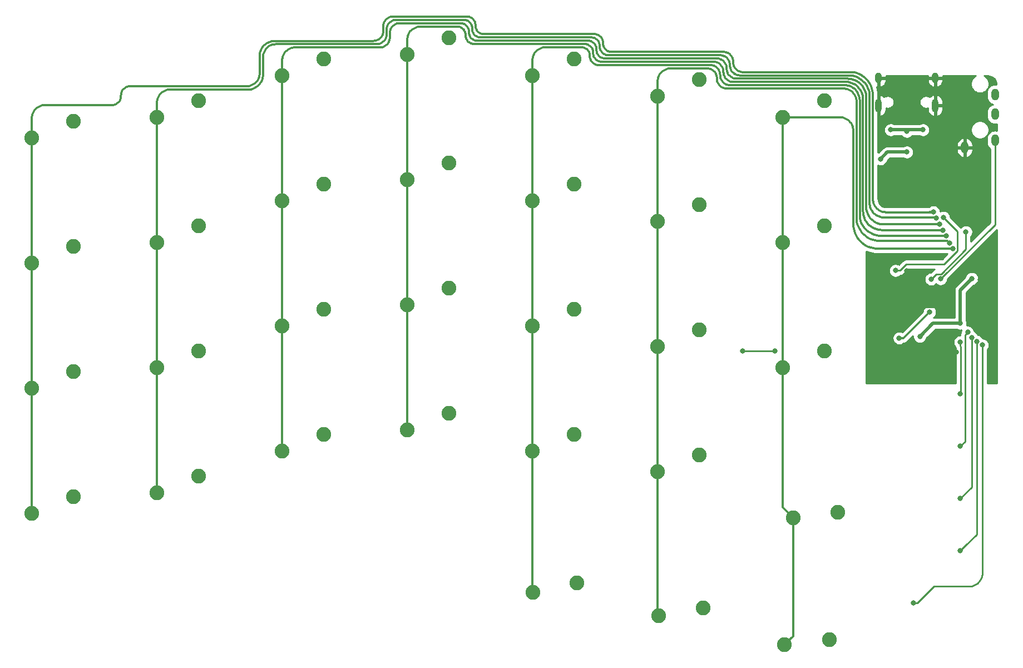
<source format=gbr>
G04 #@! TF.GenerationSoftware,KiCad,Pcbnew,(5.1.4)-1*
G04 #@! TF.CreationDate,2020-11-30T22:03:12+01:00*
G04 #@! TF.ProjectId,stm32split,73746d33-3273-4706-9c69-742e6b696361,rev?*
G04 #@! TF.SameCoordinates,Original*
G04 #@! TF.FileFunction,Copper,L2,Bot*
G04 #@! TF.FilePolarity,Positive*
%FSLAX46Y46*%
G04 Gerber Fmt 4.6, Leading zero omitted, Abs format (unit mm)*
G04 Created by KiCad (PCBNEW (5.1.4)-1) date 2020-11-30 22:03:12*
%MOMM*%
%LPD*%
G04 APERTURE LIST*
%ADD10O,1.200000X1.800000*%
%ADD11O,1.000000X2.100000*%
%ADD12O,1.000000X1.600000*%
%ADD13C,2.250000*%
%ADD14C,0.800000*%
%ADD15C,0.250000*%
%ADD16C,0.300000*%
%ADD17C,0.500000*%
%ADD18C,0.254000*%
G04 APERTURE END LIST*
D10*
X200106250Y-90980000D03*
X204706250Y-89880000D03*
X204706250Y-85880000D03*
X204706250Y-82880000D03*
D11*
X195613750Y-84567500D03*
X186973750Y-84567500D03*
D12*
X195613750Y-80387500D03*
X186973750Y-80387500D03*
D13*
X179478252Y-165830497D03*
X172687223Y-166640448D03*
X160260686Y-161069106D03*
X153521353Y-162233362D03*
X141103544Y-157258243D03*
X134408949Y-158656989D03*
X180778252Y-146500497D03*
X173987223Y-147310448D03*
X159702500Y-137795000D03*
X153352500Y-140335000D03*
X140652500Y-134620000D03*
X134302500Y-137160000D03*
X121602500Y-131445000D03*
X115252500Y-133985000D03*
X102552500Y-134620000D03*
X96202500Y-137160000D03*
X83502500Y-140970000D03*
X77152500Y-143510000D03*
X64452500Y-144145000D03*
X58102500Y-146685000D03*
X178752500Y-121920000D03*
X172402500Y-124460000D03*
X159702500Y-118745000D03*
X153352500Y-121285000D03*
X140652500Y-115570000D03*
X134302500Y-118110000D03*
X121602500Y-112395000D03*
X115252500Y-114935000D03*
X102552500Y-115570000D03*
X96202500Y-118110000D03*
X83502500Y-121920000D03*
X77152500Y-124460000D03*
X64452500Y-125095000D03*
X58102500Y-127635000D03*
X178752500Y-102870000D03*
X172402500Y-105410000D03*
X159702500Y-99695000D03*
X153352500Y-102235000D03*
X140652500Y-96520000D03*
X134302500Y-99060000D03*
X121602500Y-93345000D03*
X115252500Y-95885000D03*
X102552500Y-96520000D03*
X96202500Y-99060000D03*
X83502500Y-102870000D03*
X77152500Y-105410000D03*
X64452500Y-106045000D03*
X58102500Y-108585000D03*
X178752500Y-83820000D03*
X172402500Y-86360000D03*
X159702500Y-80645000D03*
X153352500Y-83185000D03*
X140652500Y-77470000D03*
X134302500Y-80010000D03*
X121602500Y-74295000D03*
X115252500Y-76835000D03*
X102552500Y-77470000D03*
X96202500Y-80010000D03*
X83502500Y-83820000D03*
X77152500Y-86360000D03*
X64452500Y-86995000D03*
X58102500Y-89535000D03*
D14*
X199405332Y-120585198D03*
X199405332Y-128474999D03*
X166310071Y-121920000D03*
X171250000Y-121920000D03*
X195330895Y-100772144D03*
X195778750Y-101666252D03*
X196278750Y-102658678D03*
X196778750Y-103524704D03*
X197278750Y-104390730D03*
X200555331Y-119075331D03*
X199430000Y-136412499D03*
X201141019Y-119885870D03*
X199440000Y-144400000D03*
X201926458Y-120504813D03*
X199427500Y-152337500D03*
X202777723Y-121029552D03*
X192315000Y-160275000D03*
X197778750Y-105493973D03*
X198278750Y-106360000D03*
X187280000Y-92700000D03*
X191290000Y-91649998D03*
X191293750Y-88509996D03*
X193740000Y-88260000D03*
X188830000Y-88260000D03*
X198770000Y-122120000D03*
X193040000Y-110970000D03*
X197760000Y-112350000D03*
X193010000Y-115240000D03*
X195940000Y-115250000D03*
X202430000Y-111130000D03*
X191290000Y-109730000D03*
X188420000Y-111920000D03*
X187051250Y-116681250D03*
X191710000Y-94290000D03*
X192740000Y-99700000D03*
X189574791Y-109679791D03*
X196850000Y-101600000D03*
X194988750Y-111006250D03*
X200282501Y-103802501D03*
X193270000Y-119730000D03*
X201180000Y-110920000D03*
X199420000Y-117720000D03*
X194750000Y-116010000D03*
X190130000Y-119960000D03*
X196430000Y-110950000D03*
D15*
X199495001Y-128385330D02*
X199405332Y-128474999D01*
X199495001Y-121240552D02*
X199495001Y-128385330D01*
X199405332Y-121150883D02*
X199495001Y-121240552D01*
X199405332Y-120585198D02*
X199405332Y-121150883D01*
X166310071Y-121920000D02*
X171250000Y-121920000D01*
D16*
X58102500Y-127635000D02*
X58102500Y-146685000D01*
X58102500Y-108585000D02*
X58102500Y-110175990D01*
X58102500Y-110175990D02*
X58102500Y-127635000D01*
X58102500Y-89535000D02*
X58102500Y-91125990D01*
X58102500Y-91125990D02*
X58102500Y-108585000D01*
X182623740Y-79476830D02*
X182966799Y-79493683D01*
X182966799Y-79493683D02*
X183306556Y-79544081D01*
X183306556Y-79544081D02*
X183639736Y-79627538D01*
X183639736Y-79627538D02*
X183963132Y-79743251D01*
X183963132Y-79743251D02*
X184273628Y-79890105D01*
X184273628Y-79890105D02*
X184568235Y-80066686D01*
X184568235Y-80066686D02*
X184844116Y-80271293D01*
X184844116Y-80271293D02*
X185098613Y-80501956D01*
X185098613Y-80501956D02*
X185329276Y-80756453D01*
X185329276Y-80756453D02*
X185533883Y-81032334D01*
X185533883Y-81032334D02*
X185710464Y-81326941D01*
X185710464Y-81326941D02*
X185857318Y-81637437D01*
X185857318Y-81637437D02*
X185973031Y-81960833D01*
X185973031Y-81960833D02*
X186056488Y-82294013D01*
X186056488Y-82294013D02*
X186106886Y-82633770D01*
X186106886Y-82633770D02*
X186123740Y-82976830D01*
X163371482Y-76406984D02*
X163518507Y-76414206D01*
X163518507Y-76414206D02*
X163664117Y-76435806D01*
X163664117Y-76435806D02*
X163806909Y-76471573D01*
X163806909Y-76471573D02*
X163945507Y-76521164D01*
X163945507Y-76521164D02*
X164078577Y-76584102D01*
X164078577Y-76584102D02*
X164204837Y-76659779D01*
X164204837Y-76659779D02*
X164323071Y-76747468D01*
X164323071Y-76747468D02*
X164432142Y-76846323D01*
X164432142Y-76846323D02*
X164530997Y-76955394D01*
X164530997Y-76955394D02*
X164618686Y-77073628D01*
X164618686Y-77073628D02*
X164694363Y-77199888D01*
X164694363Y-77199888D02*
X164757301Y-77332958D01*
X164757301Y-77332958D02*
X164806892Y-77471556D01*
X164806892Y-77471556D02*
X164842659Y-77614348D01*
X164842659Y-77614348D02*
X164864259Y-77759958D01*
X164864259Y-77759958D02*
X164871482Y-77906984D01*
X166371482Y-79476830D02*
X182623740Y-79476830D01*
X166371482Y-79476830D02*
X166224456Y-79469607D01*
X166224456Y-79469607D02*
X166078846Y-79448007D01*
X166078846Y-79448007D02*
X165936054Y-79412240D01*
X165936054Y-79412240D02*
X165797456Y-79362649D01*
X165797456Y-79362649D02*
X165664386Y-79299711D01*
X165664386Y-79299711D02*
X165538126Y-79224034D01*
X165538126Y-79224034D02*
X165419892Y-79136345D01*
X165419892Y-79136345D02*
X165310821Y-79037490D01*
X165310821Y-79037490D02*
X165211966Y-78928419D01*
X165211966Y-78928419D02*
X165124277Y-78810185D01*
X165124277Y-78810185D02*
X165048600Y-78683925D01*
X165048600Y-78683925D02*
X164985662Y-78550855D01*
X164985662Y-78550855D02*
X164936071Y-78412257D01*
X164936071Y-78412257D02*
X164900304Y-78269465D01*
X164900304Y-78269465D02*
X164878704Y-78123855D01*
X164878704Y-78123855D02*
X164871482Y-77976830D01*
X164871482Y-77976830D02*
X164871482Y-77906984D01*
X188123740Y-100806250D02*
X187927705Y-100796619D01*
X187927705Y-100796619D02*
X187733559Y-100767820D01*
X187733559Y-100767820D02*
X187543170Y-100720130D01*
X187543170Y-100720130D02*
X187358373Y-100654009D01*
X187358373Y-100654009D02*
X187180946Y-100570092D01*
X187180946Y-100570092D02*
X187012599Y-100469189D01*
X187012599Y-100469189D02*
X186854953Y-100352270D01*
X186854953Y-100352270D02*
X186709526Y-100220463D01*
X186709526Y-100220463D02*
X186577719Y-100075036D01*
X186577719Y-100075036D02*
X186460800Y-99917390D01*
X186460800Y-99917390D02*
X186359897Y-99749043D01*
X186359897Y-99749043D02*
X186275980Y-99571616D01*
X186275980Y-99571616D02*
X186209859Y-99386819D01*
X186209859Y-99386819D02*
X186162169Y-99196430D01*
X186162169Y-99196430D02*
X186133370Y-99002284D01*
X186133370Y-99002284D02*
X186123740Y-98806250D01*
X186123740Y-98806250D02*
X186123740Y-82976830D01*
X143750040Y-73699103D02*
X143877462Y-73705362D01*
X143877462Y-73705362D02*
X144003657Y-73724082D01*
X144003657Y-73724082D02*
X144127410Y-73755080D01*
X144127410Y-73755080D02*
X144247528Y-73798059D01*
X144247528Y-73798059D02*
X144362855Y-73852605D01*
X144362855Y-73852605D02*
X144472281Y-73918192D01*
X144472281Y-73918192D02*
X144574751Y-73994189D01*
X144574751Y-73994189D02*
X144669278Y-74079864D01*
X144669278Y-74079864D02*
X144754953Y-74174391D01*
X144754953Y-74174391D02*
X144830950Y-74276861D01*
X144830950Y-74276861D02*
X144896537Y-74386287D01*
X144896537Y-74386287D02*
X144951083Y-74501614D01*
X144951083Y-74501614D02*
X144994062Y-74621732D01*
X144994062Y-74621732D02*
X145025060Y-74745485D01*
X145025060Y-74745485D02*
X145043780Y-74871680D01*
X145043780Y-74871680D02*
X145050040Y-74999103D01*
X146350040Y-76406984D02*
X163371482Y-76406984D01*
X146350040Y-76406984D02*
X146222617Y-76400724D01*
X146222617Y-76400724D02*
X146096422Y-76382004D01*
X146096422Y-76382004D02*
X145972669Y-76351006D01*
X145972669Y-76351006D02*
X145852551Y-76308027D01*
X145852551Y-76308027D02*
X145737224Y-76253481D01*
X145737224Y-76253481D02*
X145627798Y-76187894D01*
X145627798Y-76187894D02*
X145525328Y-76111897D01*
X145525328Y-76111897D02*
X145430801Y-76026222D01*
X145430801Y-76026222D02*
X145345126Y-75931695D01*
X145345126Y-75931695D02*
X145269129Y-75829225D01*
X145269129Y-75829225D02*
X145203542Y-75719799D01*
X145203542Y-75719799D02*
X145148996Y-75604472D01*
X145148996Y-75604472D02*
X145106017Y-75484354D01*
X145106017Y-75484354D02*
X145075019Y-75360601D01*
X145075019Y-75360601D02*
X145056299Y-75234406D01*
X145056299Y-75234406D02*
X145050040Y-75106984D01*
X145050040Y-75106984D02*
X145050040Y-74999103D01*
X125633898Y-72318760D02*
X125627638Y-72191337D01*
X125627638Y-72191337D02*
X125608918Y-72065142D01*
X125608918Y-72065142D02*
X125577920Y-71941389D01*
X125577920Y-71941389D02*
X125534941Y-71821271D01*
X125534941Y-71821271D02*
X125480395Y-71705944D01*
X125480395Y-71705944D02*
X125414808Y-71596518D01*
X125414808Y-71596518D02*
X125338811Y-71494048D01*
X125338811Y-71494048D02*
X125253136Y-71399521D01*
X125253136Y-71399521D02*
X125158609Y-71313846D01*
X125158609Y-71313846D02*
X125056139Y-71237849D01*
X125056139Y-71237849D02*
X124946713Y-71172262D01*
X124946713Y-71172262D02*
X124831386Y-71117716D01*
X124831386Y-71117716D02*
X124711268Y-71074737D01*
X124711268Y-71074737D02*
X124587515Y-71043739D01*
X124587515Y-71043739D02*
X124461320Y-71025019D01*
X124461320Y-71025019D02*
X124333898Y-71018760D01*
X126933898Y-73699103D02*
X143750040Y-73699103D01*
X126933898Y-73699103D02*
X126806475Y-73692843D01*
X126806475Y-73692843D02*
X126680280Y-73674123D01*
X126680280Y-73674123D02*
X126556527Y-73643125D01*
X126556527Y-73643125D02*
X126436409Y-73600146D01*
X126436409Y-73600146D02*
X126321082Y-73545600D01*
X126321082Y-73545600D02*
X126211656Y-73480013D01*
X126211656Y-73480013D02*
X126109186Y-73404016D01*
X126109186Y-73404016D02*
X126014659Y-73318341D01*
X126014659Y-73318341D02*
X125928984Y-73223814D01*
X125928984Y-73223814D02*
X125852987Y-73121344D01*
X125852987Y-73121344D02*
X125787400Y-73011918D01*
X125787400Y-73011918D02*
X125732854Y-72896591D01*
X125732854Y-72896591D02*
X125689875Y-72776473D01*
X125689875Y-72776473D02*
X125658877Y-72652720D01*
X125658877Y-72652720D02*
X125640157Y-72526525D01*
X125640157Y-72526525D02*
X125633898Y-72399103D01*
X125633898Y-72399103D02*
X125633898Y-72318760D01*
X111601200Y-72518760D02*
X111608422Y-72371734D01*
X111608422Y-72371734D02*
X111630022Y-72226124D01*
X111630022Y-72226124D02*
X111665789Y-72083332D01*
X111665789Y-72083332D02*
X111715380Y-71944734D01*
X111715380Y-71944734D02*
X111778318Y-71811664D01*
X111778318Y-71811664D02*
X111853995Y-71685404D01*
X111853995Y-71685404D02*
X111941684Y-71567170D01*
X111941684Y-71567170D02*
X112040539Y-71458099D01*
X112040539Y-71458099D02*
X112149610Y-71359244D01*
X112149610Y-71359244D02*
X112267844Y-71271555D01*
X112267844Y-71271555D02*
X112394104Y-71195878D01*
X112394104Y-71195878D02*
X112527174Y-71132940D01*
X112527174Y-71132940D02*
X112665772Y-71083349D01*
X112665772Y-71083349D02*
X112808564Y-71047582D01*
X112808564Y-71047582D02*
X112954174Y-71025982D01*
X112954174Y-71025982D02*
X113101200Y-71018760D01*
X113101200Y-71018760D02*
X124333898Y-71018760D01*
X110101200Y-74728980D02*
X110248225Y-74721757D01*
X110248225Y-74721757D02*
X110393835Y-74700157D01*
X110393835Y-74700157D02*
X110536627Y-74664390D01*
X110536627Y-74664390D02*
X110675225Y-74614799D01*
X110675225Y-74614799D02*
X110808295Y-74551861D01*
X110808295Y-74551861D02*
X110934555Y-74476184D01*
X110934555Y-74476184D02*
X111052789Y-74388495D01*
X111052789Y-74388495D02*
X111161860Y-74289640D01*
X111161860Y-74289640D02*
X111260715Y-74180569D01*
X111260715Y-74180569D02*
X111348404Y-74062335D01*
X111348404Y-74062335D02*
X111424081Y-73936075D01*
X111424081Y-73936075D02*
X111487019Y-73803005D01*
X111487019Y-73803005D02*
X111536610Y-73664407D01*
X111536610Y-73664407D02*
X111572377Y-73521615D01*
X111572377Y-73521615D02*
X111593977Y-73376005D01*
X111593977Y-73376005D02*
X111601200Y-73228980D01*
X111601200Y-73228980D02*
X111601200Y-72518760D01*
X58102500Y-86507500D02*
X58102500Y-89535000D01*
X58102500Y-86507500D02*
X58112130Y-86311465D01*
X58112130Y-86311465D02*
X58140929Y-86117319D01*
X58140929Y-86117319D02*
X58188619Y-85926930D01*
X58188619Y-85926930D02*
X58254740Y-85742133D01*
X58254740Y-85742133D02*
X58338657Y-85564706D01*
X58338657Y-85564706D02*
X58439560Y-85396359D01*
X58439560Y-85396359D02*
X58556479Y-85238713D01*
X58556479Y-85238713D02*
X58688286Y-85093286D01*
X58688286Y-85093286D02*
X58833713Y-84961479D01*
X58833713Y-84961479D02*
X58991359Y-84844560D01*
X58991359Y-84844560D02*
X59159706Y-84743657D01*
X59159706Y-84743657D02*
X59337133Y-84659740D01*
X59337133Y-84659740D02*
X59521930Y-84593619D01*
X59521930Y-84593619D02*
X59712319Y-84545929D01*
X59712319Y-84545929D02*
X59906465Y-84517130D01*
X59906465Y-84517130D02*
X60102500Y-84507500D01*
X71682500Y-83107500D02*
X71675758Y-83244723D01*
X71675758Y-83244723D02*
X71655599Y-83380626D01*
X71655599Y-83380626D02*
X71622216Y-83513898D01*
X71622216Y-83513898D02*
X71575931Y-83643256D01*
X71575931Y-83643256D02*
X71517189Y-83767455D01*
X71517189Y-83767455D02*
X71446557Y-83885298D01*
X71446557Y-83885298D02*
X71364714Y-83995650D01*
X71364714Y-83995650D02*
X71272449Y-84097449D01*
X71272449Y-84097449D02*
X71170650Y-84189714D01*
X71170650Y-84189714D02*
X71060298Y-84271557D01*
X71060298Y-84271557D02*
X70942455Y-84342189D01*
X70942455Y-84342189D02*
X70818256Y-84400931D01*
X70818256Y-84400931D02*
X70688898Y-84447216D01*
X70688898Y-84447216D02*
X70555626Y-84480599D01*
X70555626Y-84480599D02*
X70419723Y-84500758D01*
X70419723Y-84500758D02*
X70282500Y-84507500D01*
X70282500Y-84507500D02*
X60102500Y-84507500D01*
X73082500Y-81637490D02*
X72945276Y-81644231D01*
X72945276Y-81644231D02*
X72809373Y-81664390D01*
X72809373Y-81664390D02*
X72676101Y-81697773D01*
X72676101Y-81697773D02*
X72546743Y-81744058D01*
X72546743Y-81744058D02*
X72422544Y-81802800D01*
X72422544Y-81802800D02*
X72304701Y-81873432D01*
X72304701Y-81873432D02*
X72194349Y-81955275D01*
X72194349Y-81955275D02*
X72092550Y-82047540D01*
X72092550Y-82047540D02*
X72000285Y-82149339D01*
X72000285Y-82149339D02*
X71918442Y-82259691D01*
X71918442Y-82259691D02*
X71847810Y-82377534D01*
X71847810Y-82377534D02*
X71789068Y-82501733D01*
X71789068Y-82501733D02*
X71742783Y-82631091D01*
X71742783Y-82631091D02*
X71709400Y-82764363D01*
X71709400Y-82764363D02*
X71689241Y-82900266D01*
X71689241Y-82900266D02*
X71682500Y-83037490D01*
X71682500Y-83037490D02*
X71682500Y-83107500D01*
X92799990Y-77028980D02*
X92811065Y-76803540D01*
X92811065Y-76803540D02*
X92844183Y-76580272D01*
X92844183Y-76580272D02*
X92899027Y-76361325D01*
X92899027Y-76361325D02*
X92975067Y-76148808D01*
X92975067Y-76148808D02*
X93071571Y-75944767D01*
X93071571Y-75944767D02*
X93187609Y-75751168D01*
X93187609Y-75751168D02*
X93322065Y-75569875D01*
X93322065Y-75569875D02*
X93473644Y-75402634D01*
X93473644Y-75402634D02*
X93640885Y-75251055D01*
X93640885Y-75251055D02*
X93822178Y-75116599D01*
X93822178Y-75116599D02*
X94015777Y-75000561D01*
X94015777Y-75000561D02*
X94219818Y-74904057D01*
X94219818Y-74904057D02*
X94432335Y-74828017D01*
X94432335Y-74828017D02*
X94651282Y-74773173D01*
X94651282Y-74773173D02*
X94874550Y-74740055D01*
X94874550Y-74740055D02*
X95099990Y-74728980D01*
X95099990Y-74728980D02*
X110101200Y-74728980D01*
X90799990Y-81637490D02*
X73082500Y-81637490D01*
X90799990Y-81637490D02*
X90996024Y-81627859D01*
X90996024Y-81627859D02*
X91190170Y-81599060D01*
X91190170Y-81599060D02*
X91380559Y-81551370D01*
X91380559Y-81551370D02*
X91565356Y-81485249D01*
X91565356Y-81485249D02*
X91742783Y-81401332D01*
X91742783Y-81401332D02*
X91911130Y-81300429D01*
X91911130Y-81300429D02*
X92068776Y-81183510D01*
X92068776Y-81183510D02*
X92214203Y-81051703D01*
X92214203Y-81051703D02*
X92346010Y-80906276D01*
X92346010Y-80906276D02*
X92462929Y-80748630D01*
X92462929Y-80748630D02*
X92563832Y-80580283D01*
X92563832Y-80580283D02*
X92647749Y-80402856D01*
X92647749Y-80402856D02*
X92713870Y-80218059D01*
X92713870Y-80218059D02*
X92761560Y-80027670D01*
X92761560Y-80027670D02*
X92790359Y-79833524D01*
X92790359Y-79833524D02*
X92799990Y-79637490D01*
X92799990Y-79637490D02*
X92799990Y-77028980D01*
X194726250Y-100806250D02*
X195119940Y-100806250D01*
X188453740Y-100806250D02*
X194726250Y-100806250D01*
X195119940Y-100806250D02*
X195179430Y-100865740D01*
X194726250Y-100806250D02*
X195088750Y-100806250D01*
X194760356Y-100772144D02*
X195330895Y-100772144D01*
X194726250Y-100806250D02*
X194760356Y-100772144D01*
X188123740Y-100806250D02*
X188453740Y-100806250D01*
X77152500Y-124460000D02*
X77152500Y-143510000D01*
X77152500Y-105410000D02*
X77152500Y-124460000D01*
X77152500Y-86360000D02*
X77152500Y-87950990D01*
X77152500Y-87950990D02*
X77152500Y-105410000D01*
X182423730Y-79976840D02*
X182737384Y-79992248D01*
X182737384Y-79992248D02*
X183048019Y-80038327D01*
X183048019Y-80038327D02*
X183352640Y-80114630D01*
X183352640Y-80114630D02*
X183648316Y-80220425D01*
X183648316Y-80220425D02*
X183932199Y-80354691D01*
X183932199Y-80354691D02*
X184201554Y-80516137D01*
X184201554Y-80516137D02*
X184453788Y-80703206D01*
X184453788Y-80703206D02*
X184686471Y-80914098D01*
X184686471Y-80914098D02*
X184897363Y-81146781D01*
X184897363Y-81146781D02*
X185084432Y-81399015D01*
X185084432Y-81399015D02*
X185245878Y-81668370D01*
X185245878Y-81668370D02*
X185380144Y-81952253D01*
X185380144Y-81952253D02*
X185485939Y-82247929D01*
X185485939Y-82247929D02*
X185562242Y-82552550D01*
X185562242Y-82552550D02*
X185608321Y-82863185D01*
X185608321Y-82863185D02*
X185623730Y-83176840D01*
X162871472Y-76906992D02*
X163018497Y-76914214D01*
X163018497Y-76914214D02*
X163164107Y-76935814D01*
X163164107Y-76935814D02*
X163306899Y-76971581D01*
X163306899Y-76971581D02*
X163445497Y-77021172D01*
X163445497Y-77021172D02*
X163578567Y-77084110D01*
X163578567Y-77084110D02*
X163704827Y-77159787D01*
X163704827Y-77159787D02*
X163823061Y-77247476D01*
X163823061Y-77247476D02*
X163932132Y-77346331D01*
X163932132Y-77346331D02*
X164030987Y-77455402D01*
X164030987Y-77455402D02*
X164118676Y-77573636D01*
X164118676Y-77573636D02*
X164194353Y-77699896D01*
X164194353Y-77699896D02*
X164257291Y-77832966D01*
X164257291Y-77832966D02*
X164306882Y-77971564D01*
X164306882Y-77971564D02*
X164342649Y-78114356D01*
X164342649Y-78114356D02*
X164364249Y-78259966D01*
X164364249Y-78259966D02*
X164371472Y-78406992D01*
X165871472Y-79976840D02*
X182423730Y-79976840D01*
X165871472Y-79976840D02*
X165724446Y-79969617D01*
X165724446Y-79969617D02*
X165578836Y-79948017D01*
X165578836Y-79948017D02*
X165436044Y-79912250D01*
X165436044Y-79912250D02*
X165297446Y-79862659D01*
X165297446Y-79862659D02*
X165164376Y-79799721D01*
X165164376Y-79799721D02*
X165038116Y-79724044D01*
X165038116Y-79724044D02*
X164919882Y-79636355D01*
X164919882Y-79636355D02*
X164810811Y-79537500D01*
X164810811Y-79537500D02*
X164711956Y-79428429D01*
X164711956Y-79428429D02*
X164624267Y-79310195D01*
X164624267Y-79310195D02*
X164548590Y-79183935D01*
X164548590Y-79183935D02*
X164485652Y-79050865D01*
X164485652Y-79050865D02*
X164436061Y-78912267D01*
X164436061Y-78912267D02*
X164400294Y-78769475D01*
X164400294Y-78769475D02*
X164378694Y-78623865D01*
X164378694Y-78623865D02*
X164371472Y-78476840D01*
X164371472Y-78476840D02*
X164371472Y-78406992D01*
X187923730Y-101650569D02*
X187698290Y-101639493D01*
X187698290Y-101639493D02*
X187475022Y-101606375D01*
X187475022Y-101606375D02*
X187256075Y-101551531D01*
X187256075Y-101551531D02*
X187043558Y-101475491D01*
X187043558Y-101475491D02*
X186839517Y-101378987D01*
X186839517Y-101378987D02*
X186645918Y-101262949D01*
X186645918Y-101262949D02*
X186464625Y-101128493D01*
X186464625Y-101128493D02*
X186297384Y-100976914D01*
X186297384Y-100976914D02*
X186145805Y-100809673D01*
X186145805Y-100809673D02*
X186011349Y-100628380D01*
X186011349Y-100628380D02*
X185895311Y-100434781D01*
X185895311Y-100434781D02*
X185798807Y-100230740D01*
X185798807Y-100230740D02*
X185722767Y-100018223D01*
X185722767Y-100018223D02*
X185667923Y-99799276D01*
X185667923Y-99799276D02*
X185634805Y-99576008D01*
X185634805Y-99576008D02*
X185623730Y-99350569D01*
X185623730Y-99350569D02*
X185623730Y-83176840D01*
X143250030Y-74199113D02*
X143377452Y-74205372D01*
X143377452Y-74205372D02*
X143503647Y-74224092D01*
X143503647Y-74224092D02*
X143627400Y-74255090D01*
X143627400Y-74255090D02*
X143747518Y-74298069D01*
X143747518Y-74298069D02*
X143862845Y-74352615D01*
X143862845Y-74352615D02*
X143972271Y-74418202D01*
X143972271Y-74418202D02*
X144074741Y-74494199D01*
X144074741Y-74494199D02*
X144169268Y-74579874D01*
X144169268Y-74579874D02*
X144254943Y-74674401D01*
X144254943Y-74674401D02*
X144330940Y-74776871D01*
X144330940Y-74776871D02*
X144396527Y-74886297D01*
X144396527Y-74886297D02*
X144451073Y-75001624D01*
X144451073Y-75001624D02*
X144494052Y-75121742D01*
X144494052Y-75121742D02*
X144525050Y-75245495D01*
X144525050Y-75245495D02*
X144543770Y-75371690D01*
X144543770Y-75371690D02*
X144550030Y-75499113D01*
X145850030Y-76906992D02*
X162871472Y-76906992D01*
X145850030Y-76906992D02*
X145722607Y-76900732D01*
X145722607Y-76900732D02*
X145596412Y-76882012D01*
X145596412Y-76882012D02*
X145472659Y-76851014D01*
X145472659Y-76851014D02*
X145352541Y-76808035D01*
X145352541Y-76808035D02*
X145237214Y-76753489D01*
X145237214Y-76753489D02*
X145127788Y-76687902D01*
X145127788Y-76687902D02*
X145025318Y-76611905D01*
X145025318Y-76611905D02*
X144930791Y-76526230D01*
X144930791Y-76526230D02*
X144845116Y-76431703D01*
X144845116Y-76431703D02*
X144769119Y-76329233D01*
X144769119Y-76329233D02*
X144703532Y-76219807D01*
X144703532Y-76219807D02*
X144648986Y-76104480D01*
X144648986Y-76104480D02*
X144606007Y-75984362D01*
X144606007Y-75984362D02*
X144575009Y-75860609D01*
X144575009Y-75860609D02*
X144556289Y-75734414D01*
X144556289Y-75734414D02*
X144550030Y-75606992D01*
X144550030Y-75606992D02*
X144550030Y-75499113D01*
X125133888Y-72818770D02*
X125127628Y-72691347D01*
X125127628Y-72691347D02*
X125108908Y-72565152D01*
X125108908Y-72565152D02*
X125077910Y-72441399D01*
X125077910Y-72441399D02*
X125034931Y-72321281D01*
X125034931Y-72321281D02*
X124980385Y-72205954D01*
X124980385Y-72205954D02*
X124914798Y-72096528D01*
X124914798Y-72096528D02*
X124838801Y-71994058D01*
X124838801Y-71994058D02*
X124753126Y-71899531D01*
X124753126Y-71899531D02*
X124658599Y-71813856D01*
X124658599Y-71813856D02*
X124556129Y-71737859D01*
X124556129Y-71737859D02*
X124446703Y-71672272D01*
X124446703Y-71672272D02*
X124331376Y-71617726D01*
X124331376Y-71617726D02*
X124211258Y-71574747D01*
X124211258Y-71574747D02*
X124087505Y-71543749D01*
X124087505Y-71543749D02*
X123961310Y-71525029D01*
X123961310Y-71525029D02*
X123833888Y-71518770D01*
X126433888Y-74199113D02*
X143250030Y-74199113D01*
X126433888Y-74199113D02*
X126306465Y-74192853D01*
X126306465Y-74192853D02*
X126180270Y-74174133D01*
X126180270Y-74174133D02*
X126056517Y-74143135D01*
X126056517Y-74143135D02*
X125936399Y-74100156D01*
X125936399Y-74100156D02*
X125821072Y-74045610D01*
X125821072Y-74045610D02*
X125711646Y-73980023D01*
X125711646Y-73980023D02*
X125609176Y-73904026D01*
X125609176Y-73904026D02*
X125514649Y-73818351D01*
X125514649Y-73818351D02*
X125428974Y-73723824D01*
X125428974Y-73723824D02*
X125352977Y-73621354D01*
X125352977Y-73621354D02*
X125287390Y-73511928D01*
X125287390Y-73511928D02*
X125232844Y-73396601D01*
X125232844Y-73396601D02*
X125189865Y-73276483D01*
X125189865Y-73276483D02*
X125158867Y-73152730D01*
X125158867Y-73152730D02*
X125140147Y-73026535D01*
X125140147Y-73026535D02*
X125133888Y-72899113D01*
X125133888Y-72899113D02*
X125133888Y-72818770D01*
X112101210Y-73018770D02*
X112108432Y-72871744D01*
X112108432Y-72871744D02*
X112130032Y-72726134D01*
X112130032Y-72726134D02*
X112165799Y-72583342D01*
X112165799Y-72583342D02*
X112215390Y-72444744D01*
X112215390Y-72444744D02*
X112278328Y-72311674D01*
X112278328Y-72311674D02*
X112354005Y-72185414D01*
X112354005Y-72185414D02*
X112441694Y-72067180D01*
X112441694Y-72067180D02*
X112540549Y-71958109D01*
X112540549Y-71958109D02*
X112649620Y-71859254D01*
X112649620Y-71859254D02*
X112767854Y-71771565D01*
X112767854Y-71771565D02*
X112894114Y-71695888D01*
X112894114Y-71695888D02*
X113027184Y-71632950D01*
X113027184Y-71632950D02*
X113165782Y-71583359D01*
X113165782Y-71583359D02*
X113308574Y-71547592D01*
X113308574Y-71547592D02*
X113454184Y-71525992D01*
X113454184Y-71525992D02*
X113601210Y-71518770D01*
X113601210Y-71518770D02*
X123833888Y-71518770D01*
X110601210Y-75228990D02*
X110748235Y-75221767D01*
X110748235Y-75221767D02*
X110893845Y-75200167D01*
X110893845Y-75200167D02*
X111036637Y-75164400D01*
X111036637Y-75164400D02*
X111175235Y-75114809D01*
X111175235Y-75114809D02*
X111308305Y-75051871D01*
X111308305Y-75051871D02*
X111434565Y-74976194D01*
X111434565Y-74976194D02*
X111552799Y-74888505D01*
X111552799Y-74888505D02*
X111661870Y-74789650D01*
X111661870Y-74789650D02*
X111760725Y-74680579D01*
X111760725Y-74680579D02*
X111848414Y-74562345D01*
X111848414Y-74562345D02*
X111924091Y-74436085D01*
X111924091Y-74436085D02*
X111987029Y-74303015D01*
X111987029Y-74303015D02*
X112036620Y-74164417D01*
X112036620Y-74164417D02*
X112072387Y-74021625D01*
X112072387Y-74021625D02*
X112093987Y-73876015D01*
X112093987Y-73876015D02*
X112101210Y-73728990D01*
X112101210Y-73728990D02*
X112101210Y-73018770D01*
X77152500Y-84137500D02*
X77152500Y-86360000D01*
X77152500Y-84137500D02*
X77162130Y-83941465D01*
X77162130Y-83941465D02*
X77190929Y-83747319D01*
X77190929Y-83747319D02*
X77238619Y-83556930D01*
X77238619Y-83556930D02*
X77304740Y-83372133D01*
X77304740Y-83372133D02*
X77388657Y-83194706D01*
X77388657Y-83194706D02*
X77489560Y-83026359D01*
X77489560Y-83026359D02*
X77606479Y-82868713D01*
X77606479Y-82868713D02*
X77738286Y-82723286D01*
X77738286Y-82723286D02*
X77883713Y-82591479D01*
X77883713Y-82591479D02*
X78041359Y-82474560D01*
X78041359Y-82474560D02*
X78209706Y-82373657D01*
X78209706Y-82373657D02*
X78387133Y-82289740D01*
X78387133Y-82289740D02*
X78571930Y-82223619D01*
X78571930Y-82223619D02*
X78762319Y-82175929D01*
X78762319Y-82175929D02*
X78956465Y-82147130D01*
X78956465Y-82147130D02*
X79152500Y-82137500D01*
X93300000Y-77228990D02*
X93309630Y-77032955D01*
X93309630Y-77032955D02*
X93338429Y-76838809D01*
X93338429Y-76838809D02*
X93386119Y-76648420D01*
X93386119Y-76648420D02*
X93452240Y-76463623D01*
X93452240Y-76463623D02*
X93536157Y-76286196D01*
X93536157Y-76286196D02*
X93637060Y-76117849D01*
X93637060Y-76117849D02*
X93753979Y-75960203D01*
X93753979Y-75960203D02*
X93885786Y-75814776D01*
X93885786Y-75814776D02*
X94031213Y-75682969D01*
X94031213Y-75682969D02*
X94188859Y-75566050D01*
X94188859Y-75566050D02*
X94357206Y-75465147D01*
X94357206Y-75465147D02*
X94534633Y-75381230D01*
X94534633Y-75381230D02*
X94719430Y-75315109D01*
X94719430Y-75315109D02*
X94909819Y-75267419D01*
X94909819Y-75267419D02*
X95103965Y-75238620D01*
X95103965Y-75238620D02*
X95300000Y-75228990D01*
X95300000Y-75228990D02*
X110601210Y-75228990D01*
X91000000Y-82137500D02*
X79152500Y-82137500D01*
X91000000Y-82137500D02*
X91225439Y-82126424D01*
X91225439Y-82126424D02*
X91448707Y-82093306D01*
X91448707Y-82093306D02*
X91667654Y-82038462D01*
X91667654Y-82038462D02*
X91880171Y-81962422D01*
X91880171Y-81962422D02*
X92084212Y-81865918D01*
X92084212Y-81865918D02*
X92277811Y-81749880D01*
X92277811Y-81749880D02*
X92459104Y-81615424D01*
X92459104Y-81615424D02*
X92626345Y-81463845D01*
X92626345Y-81463845D02*
X92777924Y-81296604D01*
X92777924Y-81296604D02*
X92912380Y-81115311D01*
X92912380Y-81115311D02*
X93028418Y-80921712D01*
X93028418Y-80921712D02*
X93124922Y-80717671D01*
X93124922Y-80717671D02*
X93200962Y-80505154D01*
X93200962Y-80505154D02*
X93255806Y-80286207D01*
X93255806Y-80286207D02*
X93288924Y-80062939D01*
X93288924Y-80062939D02*
X93300000Y-79837500D01*
X93300000Y-79837500D02*
X93300000Y-77228990D01*
X195299431Y-101650569D02*
X195763067Y-101650569D01*
X195763067Y-101650569D02*
X195778750Y-101666252D01*
X188253730Y-101650569D02*
X195299431Y-101650569D01*
X195299431Y-101650569D02*
X195624593Y-101650569D01*
X187923730Y-101650569D02*
X188253730Y-101650569D01*
X96202500Y-80010000D02*
X96202500Y-81600990D01*
X96202500Y-81600990D02*
X96202500Y-99060000D01*
X96202500Y-118110000D02*
X96202500Y-99060000D01*
X96202500Y-137160000D02*
X96202500Y-118110000D01*
X185123720Y-83376850D02*
X185109755Y-83092600D01*
X185109755Y-83092600D02*
X185067997Y-82811088D01*
X185067997Y-82811088D02*
X184998846Y-82535024D01*
X184998846Y-82535024D02*
X184902970Y-82267068D01*
X184902970Y-82267068D02*
X184781291Y-82009799D01*
X184781291Y-82009799D02*
X184634981Y-81765696D01*
X184634981Y-81765696D02*
X184465450Y-81537109D01*
X184465450Y-81537109D02*
X184274329Y-81326240D01*
X184274329Y-81326240D02*
X184063460Y-81135119D01*
X184063460Y-81135119D02*
X183834873Y-80965588D01*
X183834873Y-80965588D02*
X183590770Y-80819278D01*
X183590770Y-80819278D02*
X183333501Y-80697599D01*
X183333501Y-80697599D02*
X183065545Y-80601723D01*
X183065545Y-80601723D02*
X182789481Y-80532572D01*
X182789481Y-80532572D02*
X182507969Y-80490814D01*
X182507969Y-80490814D02*
X182223720Y-80476850D01*
X162371462Y-77407002D02*
X162518487Y-77414224D01*
X162518487Y-77414224D02*
X162664097Y-77435824D01*
X162664097Y-77435824D02*
X162806889Y-77471591D01*
X162806889Y-77471591D02*
X162945487Y-77521182D01*
X162945487Y-77521182D02*
X163078557Y-77584120D01*
X163078557Y-77584120D02*
X163204817Y-77659797D01*
X163204817Y-77659797D02*
X163323051Y-77747486D01*
X163323051Y-77747486D02*
X163432122Y-77846341D01*
X163432122Y-77846341D02*
X163530977Y-77955412D01*
X163530977Y-77955412D02*
X163618666Y-78073646D01*
X163618666Y-78073646D02*
X163694343Y-78199906D01*
X163694343Y-78199906D02*
X163757281Y-78332976D01*
X163757281Y-78332976D02*
X163806872Y-78471574D01*
X163806872Y-78471574D02*
X163842639Y-78614366D01*
X163842639Y-78614366D02*
X163864239Y-78759976D01*
X163864239Y-78759976D02*
X163871462Y-78907002D01*
X165371462Y-80476850D02*
X182223720Y-80476850D01*
X165371462Y-80476850D02*
X165224436Y-80469627D01*
X165224436Y-80469627D02*
X165078826Y-80448027D01*
X165078826Y-80448027D02*
X164936034Y-80412260D01*
X164936034Y-80412260D02*
X164797436Y-80362669D01*
X164797436Y-80362669D02*
X164664366Y-80299731D01*
X164664366Y-80299731D02*
X164538106Y-80224054D01*
X164538106Y-80224054D02*
X164419872Y-80136365D01*
X164419872Y-80136365D02*
X164310801Y-80037510D01*
X164310801Y-80037510D02*
X164211946Y-79928439D01*
X164211946Y-79928439D02*
X164124257Y-79810205D01*
X164124257Y-79810205D02*
X164048580Y-79683945D01*
X164048580Y-79683945D02*
X163985642Y-79550875D01*
X163985642Y-79550875D02*
X163936051Y-79412277D01*
X163936051Y-79412277D02*
X163900284Y-79269485D01*
X163900284Y-79269485D02*
X163878684Y-79123875D01*
X163878684Y-79123875D02*
X163871462Y-78976850D01*
X163871462Y-78976850D02*
X163871462Y-78907002D01*
X187723720Y-102649640D02*
X187468875Y-102637120D01*
X187468875Y-102637120D02*
X187216485Y-102599681D01*
X187216485Y-102599681D02*
X186968979Y-102537684D01*
X186968979Y-102537684D02*
X186728743Y-102451726D01*
X186728743Y-102451726D02*
X186498088Y-102342635D01*
X186498088Y-102342635D02*
X186279237Y-102211460D01*
X186279237Y-102211460D02*
X186074297Y-102059467D01*
X186074297Y-102059467D02*
X185885242Y-101888117D01*
X185885242Y-101888117D02*
X185713892Y-101699062D01*
X185713892Y-101699062D02*
X185561899Y-101494122D01*
X185561899Y-101494122D02*
X185430724Y-101275271D01*
X185430724Y-101275271D02*
X185321633Y-101044616D01*
X185321633Y-101044616D02*
X185235675Y-100804380D01*
X185235675Y-100804380D02*
X185173678Y-100556874D01*
X185173678Y-100556874D02*
X185136239Y-100304484D01*
X185136239Y-100304484D02*
X185123720Y-100049640D01*
X185123720Y-100049640D02*
X185123720Y-83376850D01*
X142750020Y-74699123D02*
X142877442Y-74705382D01*
X142877442Y-74705382D02*
X143003637Y-74724102D01*
X143003637Y-74724102D02*
X143127390Y-74755100D01*
X143127390Y-74755100D02*
X143247508Y-74798079D01*
X143247508Y-74798079D02*
X143362835Y-74852625D01*
X143362835Y-74852625D02*
X143472261Y-74918212D01*
X143472261Y-74918212D02*
X143574731Y-74994209D01*
X143574731Y-74994209D02*
X143669258Y-75079884D01*
X143669258Y-75079884D02*
X143754933Y-75174411D01*
X143754933Y-75174411D02*
X143830930Y-75276881D01*
X143830930Y-75276881D02*
X143896517Y-75386307D01*
X143896517Y-75386307D02*
X143951063Y-75501634D01*
X143951063Y-75501634D02*
X143994042Y-75621752D01*
X143994042Y-75621752D02*
X144025040Y-75745505D01*
X144025040Y-75745505D02*
X144043760Y-75871700D01*
X144043760Y-75871700D02*
X144050020Y-75999123D01*
X145350020Y-77407002D02*
X162371462Y-77407002D01*
X145350020Y-77407002D02*
X145222597Y-77400742D01*
X145222597Y-77400742D02*
X145096402Y-77382022D01*
X145096402Y-77382022D02*
X144972649Y-77351024D01*
X144972649Y-77351024D02*
X144852531Y-77308045D01*
X144852531Y-77308045D02*
X144737204Y-77253499D01*
X144737204Y-77253499D02*
X144627778Y-77187912D01*
X144627778Y-77187912D02*
X144525308Y-77111915D01*
X144525308Y-77111915D02*
X144430781Y-77026240D01*
X144430781Y-77026240D02*
X144345106Y-76931713D01*
X144345106Y-76931713D02*
X144269109Y-76829243D01*
X144269109Y-76829243D02*
X144203522Y-76719817D01*
X144203522Y-76719817D02*
X144148976Y-76604490D01*
X144148976Y-76604490D02*
X144105997Y-76484372D01*
X144105997Y-76484372D02*
X144074999Y-76360619D01*
X144074999Y-76360619D02*
X144056279Y-76234424D01*
X144056279Y-76234424D02*
X144050020Y-76107002D01*
X144050020Y-76107002D02*
X144050020Y-75999123D01*
X124633878Y-73318780D02*
X124627618Y-73191357D01*
X124627618Y-73191357D02*
X124608898Y-73065162D01*
X124608898Y-73065162D02*
X124577900Y-72941409D01*
X124577900Y-72941409D02*
X124534921Y-72821291D01*
X124534921Y-72821291D02*
X124480375Y-72705964D01*
X124480375Y-72705964D02*
X124414788Y-72596538D01*
X124414788Y-72596538D02*
X124338791Y-72494068D01*
X124338791Y-72494068D02*
X124253116Y-72399541D01*
X124253116Y-72399541D02*
X124158589Y-72313866D01*
X124158589Y-72313866D02*
X124056119Y-72237869D01*
X124056119Y-72237869D02*
X123946693Y-72172282D01*
X123946693Y-72172282D02*
X123831366Y-72117736D01*
X123831366Y-72117736D02*
X123711248Y-72074757D01*
X123711248Y-72074757D02*
X123587495Y-72043759D01*
X123587495Y-72043759D02*
X123461300Y-72025039D01*
X123461300Y-72025039D02*
X123333878Y-72018780D01*
X125933878Y-74699123D02*
X142750020Y-74699123D01*
X125933878Y-74699123D02*
X125806455Y-74692863D01*
X125806455Y-74692863D02*
X125680260Y-74674143D01*
X125680260Y-74674143D02*
X125556507Y-74643145D01*
X125556507Y-74643145D02*
X125436389Y-74600166D01*
X125436389Y-74600166D02*
X125321062Y-74545620D01*
X125321062Y-74545620D02*
X125211636Y-74480033D01*
X125211636Y-74480033D02*
X125109166Y-74404036D01*
X125109166Y-74404036D02*
X125014639Y-74318361D01*
X125014639Y-74318361D02*
X124928964Y-74223834D01*
X124928964Y-74223834D02*
X124852967Y-74121364D01*
X124852967Y-74121364D02*
X124787380Y-74011938D01*
X124787380Y-74011938D02*
X124732834Y-73896611D01*
X124732834Y-73896611D02*
X124689855Y-73776493D01*
X124689855Y-73776493D02*
X124658857Y-73652740D01*
X124658857Y-73652740D02*
X124640137Y-73526545D01*
X124640137Y-73526545D02*
X124633878Y-73399123D01*
X124633878Y-73399123D02*
X124633878Y-73318780D01*
X112601220Y-73518780D02*
X112608442Y-73371754D01*
X112608442Y-73371754D02*
X112630042Y-73226144D01*
X112630042Y-73226144D02*
X112665809Y-73083352D01*
X112665809Y-73083352D02*
X112715400Y-72944754D01*
X112715400Y-72944754D02*
X112778338Y-72811684D01*
X112778338Y-72811684D02*
X112854015Y-72685424D01*
X112854015Y-72685424D02*
X112941704Y-72567190D01*
X112941704Y-72567190D02*
X113040559Y-72458119D01*
X113040559Y-72458119D02*
X113149630Y-72359264D01*
X113149630Y-72359264D02*
X113267864Y-72271575D01*
X113267864Y-72271575D02*
X113394124Y-72195898D01*
X113394124Y-72195898D02*
X113527194Y-72132960D01*
X113527194Y-72132960D02*
X113665792Y-72083369D01*
X113665792Y-72083369D02*
X113808584Y-72047602D01*
X113808584Y-72047602D02*
X113954194Y-72026002D01*
X113954194Y-72026002D02*
X114101220Y-72018780D01*
X114101220Y-72018780D02*
X123333878Y-72018780D01*
X111101220Y-75729000D02*
X111248245Y-75721777D01*
X111248245Y-75721777D02*
X111393855Y-75700177D01*
X111393855Y-75700177D02*
X111536647Y-75664410D01*
X111536647Y-75664410D02*
X111675245Y-75614819D01*
X111675245Y-75614819D02*
X111808315Y-75551881D01*
X111808315Y-75551881D02*
X111934575Y-75476204D01*
X111934575Y-75476204D02*
X112052809Y-75388515D01*
X112052809Y-75388515D02*
X112161880Y-75289660D01*
X112161880Y-75289660D02*
X112260735Y-75180589D01*
X112260735Y-75180589D02*
X112348424Y-75062355D01*
X112348424Y-75062355D02*
X112424101Y-74936095D01*
X112424101Y-74936095D02*
X112487039Y-74803025D01*
X112487039Y-74803025D02*
X112536630Y-74664427D01*
X112536630Y-74664427D02*
X112572397Y-74521635D01*
X112572397Y-74521635D02*
X112593997Y-74376025D01*
X112593997Y-74376025D02*
X112601220Y-74229000D01*
X112601220Y-74229000D02*
X112601220Y-73518780D01*
X96202500Y-77729000D02*
X96202500Y-80010000D01*
X96202500Y-77729000D02*
X96212130Y-77532965D01*
X96212130Y-77532965D02*
X96240929Y-77338819D01*
X96240929Y-77338819D02*
X96288619Y-77148430D01*
X96288619Y-77148430D02*
X96354740Y-76963633D01*
X96354740Y-76963633D02*
X96438657Y-76786206D01*
X96438657Y-76786206D02*
X96539560Y-76617859D01*
X96539560Y-76617859D02*
X96656479Y-76460213D01*
X96656479Y-76460213D02*
X96788286Y-76314786D01*
X96788286Y-76314786D02*
X96933713Y-76182979D01*
X96933713Y-76182979D02*
X97091359Y-76066060D01*
X97091359Y-76066060D02*
X97259706Y-75965157D01*
X97259706Y-75965157D02*
X97437133Y-75881240D01*
X97437133Y-75881240D02*
X97621930Y-75815119D01*
X97621930Y-75815119D02*
X97812319Y-75767429D01*
X97812319Y-75767429D02*
X98006465Y-75738630D01*
X98006465Y-75738630D02*
X98202500Y-75729000D01*
X98202500Y-75729000D02*
X111101220Y-75729000D01*
X196269712Y-102649640D02*
X196278750Y-102658678D01*
X195720360Y-102649640D02*
X196269712Y-102649640D01*
X188053720Y-102649640D02*
X195720360Y-102649640D01*
X195720360Y-102649640D02*
X196088750Y-102649640D01*
X187723720Y-102649640D02*
X188053720Y-102649640D01*
X115252500Y-114935000D02*
X115252500Y-116525990D01*
X115252500Y-116525990D02*
X115252500Y-133985000D01*
X115252500Y-95885000D02*
X115252500Y-114935000D01*
X115252500Y-76835000D02*
X115252500Y-95885000D01*
X182023710Y-80976860D02*
X182278554Y-80989379D01*
X182278554Y-80989379D02*
X182530944Y-81026818D01*
X182530944Y-81026818D02*
X182778450Y-81088815D01*
X182778450Y-81088815D02*
X183018686Y-81174773D01*
X183018686Y-81174773D02*
X183249341Y-81283864D01*
X183249341Y-81283864D02*
X183468192Y-81415039D01*
X183468192Y-81415039D02*
X183673132Y-81567032D01*
X183673132Y-81567032D02*
X183862187Y-81738382D01*
X183862187Y-81738382D02*
X184033537Y-81927437D01*
X184033537Y-81927437D02*
X184185530Y-82132377D01*
X184185530Y-82132377D02*
X184316705Y-82351228D01*
X184316705Y-82351228D02*
X184425796Y-82581883D01*
X184425796Y-82581883D02*
X184511754Y-82822119D01*
X184511754Y-82822119D02*
X184573751Y-83069625D01*
X184573751Y-83069625D02*
X184611190Y-83322015D01*
X184611190Y-83322015D02*
X184623710Y-83576860D01*
X163371452Y-79407012D02*
X163364229Y-79259986D01*
X163364229Y-79259986D02*
X163342629Y-79114376D01*
X163342629Y-79114376D02*
X163306862Y-78971584D01*
X163306862Y-78971584D02*
X163257271Y-78832986D01*
X163257271Y-78832986D02*
X163194333Y-78699916D01*
X163194333Y-78699916D02*
X163118656Y-78573656D01*
X163118656Y-78573656D02*
X163030967Y-78455422D01*
X163030967Y-78455422D02*
X162932112Y-78346351D01*
X162932112Y-78346351D02*
X162823041Y-78247496D01*
X162823041Y-78247496D02*
X162704807Y-78159807D01*
X162704807Y-78159807D02*
X162578547Y-78084130D01*
X162578547Y-78084130D02*
X162445477Y-78021192D01*
X162445477Y-78021192D02*
X162306879Y-77971601D01*
X162306879Y-77971601D02*
X162164087Y-77935834D01*
X162164087Y-77935834D02*
X162018477Y-77914234D01*
X162018477Y-77914234D02*
X161871452Y-77907012D01*
X164871452Y-80976860D02*
X182023710Y-80976860D01*
X164871452Y-80976860D02*
X164724426Y-80969637D01*
X164724426Y-80969637D02*
X164578816Y-80948037D01*
X164578816Y-80948037D02*
X164436024Y-80912270D01*
X164436024Y-80912270D02*
X164297426Y-80862679D01*
X164297426Y-80862679D02*
X164164356Y-80799741D01*
X164164356Y-80799741D02*
X164038096Y-80724064D01*
X164038096Y-80724064D02*
X163919862Y-80636375D01*
X163919862Y-80636375D02*
X163810791Y-80537520D01*
X163810791Y-80537520D02*
X163711936Y-80428449D01*
X163711936Y-80428449D02*
X163624247Y-80310215D01*
X163624247Y-80310215D02*
X163548570Y-80183955D01*
X163548570Y-80183955D02*
X163485632Y-80050885D01*
X163485632Y-80050885D02*
X163436041Y-79912287D01*
X163436041Y-79912287D02*
X163400274Y-79769495D01*
X163400274Y-79769495D02*
X163378674Y-79623885D01*
X163378674Y-79623885D02*
X163371452Y-79476860D01*
X163371452Y-79476860D02*
X163371452Y-79407012D01*
X187523710Y-103524703D02*
X187239460Y-103510738D01*
X187239460Y-103510738D02*
X186957948Y-103468980D01*
X186957948Y-103468980D02*
X186681884Y-103399829D01*
X186681884Y-103399829D02*
X186413928Y-103303953D01*
X186413928Y-103303953D02*
X186156659Y-103182274D01*
X186156659Y-103182274D02*
X185912556Y-103035964D01*
X185912556Y-103035964D02*
X185683969Y-102866433D01*
X185683969Y-102866433D02*
X185473100Y-102675312D01*
X185473100Y-102675312D02*
X185281979Y-102464443D01*
X185281979Y-102464443D02*
X185112448Y-102235856D01*
X185112448Y-102235856D02*
X184966138Y-101991753D01*
X184966138Y-101991753D02*
X184844459Y-101734484D01*
X184844459Y-101734484D02*
X184748583Y-101466528D01*
X184748583Y-101466528D02*
X184679432Y-101190464D01*
X184679432Y-101190464D02*
X184637674Y-100908952D01*
X184637674Y-100908952D02*
X184623710Y-100624703D01*
X184623710Y-100624703D02*
X184623710Y-83576860D01*
X142250010Y-75199133D02*
X142377432Y-75205392D01*
X142377432Y-75205392D02*
X142503627Y-75224112D01*
X142503627Y-75224112D02*
X142627380Y-75255110D01*
X142627380Y-75255110D02*
X142747498Y-75298089D01*
X142747498Y-75298089D02*
X142862825Y-75352635D01*
X142862825Y-75352635D02*
X142972251Y-75418222D01*
X142972251Y-75418222D02*
X143074721Y-75494219D01*
X143074721Y-75494219D02*
X143169248Y-75579894D01*
X143169248Y-75579894D02*
X143254923Y-75674421D01*
X143254923Y-75674421D02*
X143330920Y-75776891D01*
X143330920Y-75776891D02*
X143396507Y-75886317D01*
X143396507Y-75886317D02*
X143451053Y-76001644D01*
X143451053Y-76001644D02*
X143494032Y-76121762D01*
X143494032Y-76121762D02*
X143525030Y-76245515D01*
X143525030Y-76245515D02*
X143543750Y-76371710D01*
X143543750Y-76371710D02*
X143550010Y-76499133D01*
X144850010Y-77907012D02*
X161871452Y-77907012D01*
X144850010Y-77907012D02*
X144722587Y-77900752D01*
X144722587Y-77900752D02*
X144596392Y-77882032D01*
X144596392Y-77882032D02*
X144472639Y-77851034D01*
X144472639Y-77851034D02*
X144352521Y-77808055D01*
X144352521Y-77808055D02*
X144237194Y-77753509D01*
X144237194Y-77753509D02*
X144127768Y-77687922D01*
X144127768Y-77687922D02*
X144025298Y-77611925D01*
X144025298Y-77611925D02*
X143930771Y-77526250D01*
X143930771Y-77526250D02*
X143845096Y-77431723D01*
X143845096Y-77431723D02*
X143769099Y-77329253D01*
X143769099Y-77329253D02*
X143703512Y-77219827D01*
X143703512Y-77219827D02*
X143648966Y-77104500D01*
X143648966Y-77104500D02*
X143605987Y-76984382D01*
X143605987Y-76984382D02*
X143574989Y-76860629D01*
X143574989Y-76860629D02*
X143556269Y-76734434D01*
X143556269Y-76734434D02*
X143550010Y-76607012D01*
X143550010Y-76607012D02*
X143550010Y-76499133D01*
X124133868Y-73853868D02*
X124127608Y-73726445D01*
X124127608Y-73726445D02*
X124108888Y-73600250D01*
X124108888Y-73600250D02*
X124077890Y-73476497D01*
X124077890Y-73476497D02*
X124034911Y-73356379D01*
X124034911Y-73356379D02*
X123980365Y-73241052D01*
X123980365Y-73241052D02*
X123914778Y-73131626D01*
X123914778Y-73131626D02*
X123838781Y-73029156D01*
X123838781Y-73029156D02*
X123753106Y-72934629D01*
X123753106Y-72934629D02*
X123658579Y-72848954D01*
X123658579Y-72848954D02*
X123556109Y-72772957D01*
X123556109Y-72772957D02*
X123446683Y-72707370D01*
X123446683Y-72707370D02*
X123331356Y-72652824D01*
X123331356Y-72652824D02*
X123211238Y-72609845D01*
X123211238Y-72609845D02*
X123087485Y-72578847D01*
X123087485Y-72578847D02*
X122961290Y-72560127D01*
X122961290Y-72560127D02*
X122833868Y-72553868D01*
X125433868Y-75199133D02*
X142250010Y-75199133D01*
X125433868Y-75199133D02*
X125306445Y-75192873D01*
X125306445Y-75192873D02*
X125180250Y-75174153D01*
X125180250Y-75174153D02*
X125056497Y-75143155D01*
X125056497Y-75143155D02*
X124936379Y-75100176D01*
X124936379Y-75100176D02*
X124821052Y-75045630D01*
X124821052Y-75045630D02*
X124711626Y-74980043D01*
X124711626Y-74980043D02*
X124609156Y-74904046D01*
X124609156Y-74904046D02*
X124514629Y-74818371D01*
X124514629Y-74818371D02*
X124428954Y-74723844D01*
X124428954Y-74723844D02*
X124352957Y-74621374D01*
X124352957Y-74621374D02*
X124287370Y-74511948D01*
X124287370Y-74511948D02*
X124232824Y-74396621D01*
X124232824Y-74396621D02*
X124189845Y-74276503D01*
X124189845Y-74276503D02*
X124158847Y-74152750D01*
X124158847Y-74152750D02*
X124140127Y-74026555D01*
X124140127Y-74026555D02*
X124133868Y-73899133D01*
X124133868Y-73899133D02*
X124133868Y-73853868D01*
X115252500Y-74553868D02*
X115252500Y-76835000D01*
X115252500Y-74553868D02*
X115262130Y-74357833D01*
X115262130Y-74357833D02*
X115290929Y-74163687D01*
X115290929Y-74163687D02*
X115338619Y-73973298D01*
X115338619Y-73973298D02*
X115404740Y-73788501D01*
X115404740Y-73788501D02*
X115488657Y-73611074D01*
X115488657Y-73611074D02*
X115589560Y-73442727D01*
X115589560Y-73442727D02*
X115706479Y-73285081D01*
X115706479Y-73285081D02*
X115838286Y-73139654D01*
X115838286Y-73139654D02*
X115983713Y-73007847D01*
X115983713Y-73007847D02*
X116141359Y-72890928D01*
X116141359Y-72890928D02*
X116309706Y-72790025D01*
X116309706Y-72790025D02*
X116487133Y-72706108D01*
X116487133Y-72706108D02*
X116671930Y-72639987D01*
X116671930Y-72639987D02*
X116862319Y-72592297D01*
X116862319Y-72592297D02*
X117056465Y-72563498D01*
X117056465Y-72563498D02*
X117252500Y-72553868D01*
X117252500Y-72553868D02*
X122833868Y-72553868D01*
X187853710Y-103524703D02*
X196285297Y-103524703D01*
X196285297Y-103524703D02*
X196588750Y-103524703D01*
X196778749Y-103524703D02*
X196778750Y-103524704D01*
X196285297Y-103524703D02*
X196778749Y-103524703D01*
X187523710Y-103524703D02*
X187853710Y-103524703D01*
X134302500Y-137160000D02*
X134302500Y-158550540D01*
X134302500Y-158550540D02*
X134408949Y-158656989D01*
X134302500Y-99060000D02*
X134302500Y-80010000D01*
X134302500Y-118110000D02*
X134302500Y-99060000D01*
X134302500Y-137160000D02*
X134302500Y-118110000D01*
X136302500Y-75699143D02*
X141750000Y-75699143D01*
X136106465Y-75708773D02*
X136302500Y-75699143D01*
X135912319Y-75737572D02*
X136106465Y-75708773D01*
X135721930Y-75785262D02*
X135912319Y-75737572D01*
X135537133Y-75851383D02*
X135721930Y-75785262D01*
X135359706Y-75935300D02*
X135537133Y-75851383D01*
X135191359Y-76036203D02*
X135359706Y-75935300D01*
X135033713Y-76153122D02*
X135191359Y-76036203D01*
X134888286Y-76284929D02*
X135033713Y-76153122D01*
X134756479Y-76430356D02*
X134888286Y-76284929D01*
X134639560Y-76588002D02*
X134756479Y-76430356D01*
X134538657Y-76756349D02*
X134639560Y-76588002D01*
X134454740Y-76933776D02*
X134538657Y-76756349D01*
X134388619Y-77118573D02*
X134454740Y-76933776D01*
X134340929Y-77308962D02*
X134388619Y-77118573D01*
X134312130Y-77503108D02*
X134340929Y-77308962D01*
X134302500Y-77699143D02*
X134312130Y-77503108D01*
X134302500Y-77699143D02*
X134302500Y-80010000D01*
X143050000Y-77107022D02*
X143050000Y-76999143D01*
X143056259Y-77234444D02*
X143050000Y-77107022D01*
X143074979Y-77360639D02*
X143056259Y-77234444D01*
X143105977Y-77484392D02*
X143074979Y-77360639D01*
X143148956Y-77604510D02*
X143105977Y-77484392D01*
X143203502Y-77719837D02*
X143148956Y-77604510D01*
X143269089Y-77829263D02*
X143203502Y-77719837D01*
X143345086Y-77931733D02*
X143269089Y-77829263D01*
X143430761Y-78026260D02*
X143345086Y-77931733D01*
X143525288Y-78111935D02*
X143430761Y-78026260D01*
X143627758Y-78187932D02*
X143525288Y-78111935D01*
X143737184Y-78253519D02*
X143627758Y-78187932D01*
X143852511Y-78308065D02*
X143737184Y-78253519D01*
X143972629Y-78351044D02*
X143852511Y-78308065D01*
X144096382Y-78382042D02*
X143972629Y-78351044D01*
X144222577Y-78400762D02*
X144096382Y-78382042D01*
X144350000Y-78407022D02*
X144222577Y-78400762D01*
X144350000Y-78407022D02*
X161371442Y-78407022D01*
X143043740Y-76871720D02*
X143050000Y-76999143D01*
X143025020Y-76745525D02*
X143043740Y-76871720D01*
X142994022Y-76621772D02*
X143025020Y-76745525D01*
X142951043Y-76501654D02*
X142994022Y-76621772D01*
X142896497Y-76386327D02*
X142951043Y-76501654D01*
X142830910Y-76276901D02*
X142896497Y-76386327D01*
X142754913Y-76174431D02*
X142830910Y-76276901D01*
X142669238Y-76079904D02*
X142754913Y-76174431D01*
X142574711Y-75994229D02*
X142669238Y-76079904D01*
X142472241Y-75918232D02*
X142574711Y-75994229D01*
X142362815Y-75852645D02*
X142472241Y-75918232D01*
X142247488Y-75798099D02*
X142362815Y-75852645D01*
X142127370Y-75755120D02*
X142247488Y-75798099D01*
X142003617Y-75724122D02*
X142127370Y-75755120D01*
X141877422Y-75705402D02*
X142003617Y-75724122D01*
X141750000Y-75699143D02*
X141877422Y-75705402D01*
X184123700Y-101190729D02*
X184123700Y-83776870D01*
X184139108Y-101504383D02*
X184123700Y-101190729D01*
X184185187Y-101815018D02*
X184139108Y-101504383D01*
X184261490Y-102119639D02*
X184185187Y-101815018D01*
X184367285Y-102415315D02*
X184261490Y-102119639D01*
X184501551Y-102699198D02*
X184367285Y-102415315D01*
X184662997Y-102968553D02*
X184501551Y-102699198D01*
X184850066Y-103220787D02*
X184662997Y-102968553D01*
X185060958Y-103453470D02*
X184850066Y-103220787D01*
X185293641Y-103664362D02*
X185060958Y-103453470D01*
X185545875Y-103851431D02*
X185293641Y-103664362D01*
X185815230Y-104012877D02*
X185545875Y-103851431D01*
X186099113Y-104147143D02*
X185815230Y-104012877D01*
X186394789Y-104252938D02*
X186099113Y-104147143D01*
X186699410Y-104329241D02*
X186394789Y-104252938D01*
X187010045Y-104375320D02*
X186699410Y-104329241D01*
X187323700Y-104390729D02*
X187010045Y-104375320D01*
X162871442Y-79976870D02*
X162871442Y-79907022D01*
X162878664Y-80123895D02*
X162871442Y-79976870D01*
X162900264Y-80269505D02*
X162878664Y-80123895D01*
X162936031Y-80412297D02*
X162900264Y-80269505D01*
X162985622Y-80550895D02*
X162936031Y-80412297D01*
X163048560Y-80683965D02*
X162985622Y-80550895D01*
X163124237Y-80810225D02*
X163048560Y-80683965D01*
X163211926Y-80928459D02*
X163124237Y-80810225D01*
X163310781Y-81037530D02*
X163211926Y-80928459D01*
X163419852Y-81136385D02*
X163310781Y-81037530D01*
X163538086Y-81224074D02*
X163419852Y-81136385D01*
X163664346Y-81299751D02*
X163538086Y-81224074D01*
X163797416Y-81362689D02*
X163664346Y-81299751D01*
X163936014Y-81412280D02*
X163797416Y-81362689D01*
X164078806Y-81448047D02*
X163936014Y-81412280D01*
X164224416Y-81469647D02*
X164078806Y-81448047D01*
X164371442Y-81476870D02*
X164224416Y-81469647D01*
X164371442Y-81476870D02*
X181823700Y-81476870D01*
X162864219Y-79759996D02*
X162871442Y-79907022D01*
X162842619Y-79614386D02*
X162864219Y-79759996D01*
X162806852Y-79471594D02*
X162842619Y-79614386D01*
X162757261Y-79332996D02*
X162806852Y-79471594D01*
X162694323Y-79199926D02*
X162757261Y-79332996D01*
X162618646Y-79073666D02*
X162694323Y-79199926D01*
X162530957Y-78955432D02*
X162618646Y-79073666D01*
X162432102Y-78846361D02*
X162530957Y-78955432D01*
X162323031Y-78747506D02*
X162432102Y-78846361D01*
X162204797Y-78659817D02*
X162323031Y-78747506D01*
X162078537Y-78584140D02*
X162204797Y-78659817D01*
X161945467Y-78521202D02*
X162078537Y-78584140D01*
X161806869Y-78471611D02*
X161945467Y-78521202D01*
X161664077Y-78435844D02*
X161806869Y-78471611D01*
X161518467Y-78414244D02*
X161664077Y-78435844D01*
X161371442Y-78407022D02*
X161518467Y-78414244D01*
X184112624Y-83551430D02*
X184123700Y-83776870D01*
X184079506Y-83328162D02*
X184112624Y-83551430D01*
X184024662Y-83109215D02*
X184079506Y-83328162D01*
X183948622Y-82896698D02*
X184024662Y-83109215D01*
X183852118Y-82692657D02*
X183948622Y-82896698D01*
X183736080Y-82499058D02*
X183852118Y-82692657D01*
X183601624Y-82317765D02*
X183736080Y-82499058D01*
X183450045Y-82150524D02*
X183601624Y-82317765D01*
X183282804Y-81998945D02*
X183450045Y-82150524D01*
X183101511Y-81864489D02*
X183282804Y-81998945D01*
X182907912Y-81748451D02*
X183101511Y-81864489D01*
X182703871Y-81651947D02*
X182907912Y-81748451D01*
X182491354Y-81575907D02*
X182703871Y-81651947D01*
X182272407Y-81521063D02*
X182491354Y-81575907D01*
X182049139Y-81487945D02*
X182272407Y-81521063D01*
X181823700Y-81476870D02*
X182049139Y-81487945D01*
X197278749Y-104390729D02*
X197278750Y-104390730D01*
X196780729Y-104390729D02*
X197278749Y-104390729D01*
X187653700Y-104390729D02*
X196780729Y-104390729D01*
X196780729Y-104390729D02*
X197088750Y-104390729D01*
X187323700Y-104390729D02*
X187653700Y-104390729D01*
D15*
X200555331Y-119075331D02*
X200155332Y-119475330D01*
X200155332Y-119475330D02*
X200155332Y-134854668D01*
X200155332Y-135687167D02*
X199430000Y-136412499D01*
X200155332Y-134854668D02*
X200155332Y-135687167D01*
X201141019Y-119885870D02*
X201141019Y-141558981D01*
X201141019Y-141558981D02*
X201141019Y-141808981D01*
X201141019Y-142698981D02*
X199440000Y-144400000D01*
X201141019Y-141808981D02*
X201141019Y-142698981D01*
X200421458Y-151343542D02*
X199427500Y-152337500D01*
X199427500Y-152337500D02*
X201926458Y-149838542D01*
X201926458Y-149838542D02*
X201926458Y-149343542D01*
X201926458Y-120504813D02*
X201926458Y-149343542D01*
X192880685Y-160275000D02*
X195415685Y-157740000D01*
X192315000Y-160275000D02*
X192880685Y-160275000D01*
X202777723Y-155740000D02*
X202777723Y-121029552D01*
X202777723Y-155740000D02*
X202768092Y-155936034D01*
X202768092Y-155936034D02*
X202739293Y-156130180D01*
X202739293Y-156130180D02*
X202691603Y-156320569D01*
X202691603Y-156320569D02*
X202625482Y-156505366D01*
X202625482Y-156505366D02*
X202541565Y-156682793D01*
X202541565Y-156682793D02*
X202440662Y-156851140D01*
X202440662Y-156851140D02*
X202323743Y-157008786D01*
X202323743Y-157008786D02*
X202191936Y-157154213D01*
X202191936Y-157154213D02*
X202046509Y-157286020D01*
X202046509Y-157286020D02*
X201888863Y-157402939D01*
X201888863Y-157402939D02*
X201720516Y-157503842D01*
X201720516Y-157503842D02*
X201543089Y-157587759D01*
X201543089Y-157587759D02*
X201358292Y-157653880D01*
X201358292Y-157653880D02*
X201167903Y-157701570D01*
X201167903Y-157701570D02*
X200973757Y-157730369D01*
X200973757Y-157730369D02*
X200777723Y-157740000D01*
X200777723Y-157740000D02*
X195415685Y-157740000D01*
D16*
X153352500Y-140335000D02*
X153352500Y-162064509D01*
X153352500Y-162064509D02*
X153521353Y-162233362D01*
X153352500Y-121285000D02*
X153352500Y-122875990D01*
X153352500Y-122875990D02*
X153352500Y-140335000D01*
X153352500Y-102235000D02*
X153352500Y-103825990D01*
X153352500Y-103825990D02*
X153352500Y-121285000D01*
X153352500Y-83185000D02*
X153352500Y-84775990D01*
X153352500Y-84775990D02*
X153352500Y-102235000D01*
X186780630Y-105123876D02*
X187123690Y-105140730D01*
X185179194Y-104550873D02*
X185473801Y-104727454D01*
X185784297Y-104874308D02*
X186107693Y-104990021D01*
X184648816Y-104115603D02*
X184903313Y-104346266D01*
X184213546Y-103585225D02*
X184418153Y-103861106D01*
X184036965Y-103290618D02*
X184213546Y-103585225D01*
X183890111Y-102980122D02*
X184036965Y-103290618D01*
X183623690Y-83976880D02*
X183623690Y-101640730D01*
X183614059Y-83780845D02*
X183623690Y-83976880D01*
X184418153Y-103861106D02*
X184648816Y-104115603D01*
X183387532Y-83034086D02*
X183471449Y-83211513D01*
X182892476Y-82430859D02*
X183037903Y-82562666D01*
X182734830Y-82313940D02*
X182892476Y-82430859D01*
X182389056Y-82129120D02*
X182566483Y-82213037D01*
X182204259Y-82062999D02*
X182389056Y-82129120D01*
X183623690Y-101640730D02*
X183640543Y-101983789D01*
X181819724Y-81986510D02*
X182013870Y-82015309D01*
X163871432Y-81976880D02*
X181623690Y-81976880D01*
X163724406Y-81969657D02*
X163871432Y-81976880D01*
X163436004Y-81912290D02*
X163578796Y-81948057D01*
X163297406Y-81862699D02*
X163436004Y-81912290D01*
X183037903Y-82562666D02*
X183169710Y-82708093D01*
X163038076Y-81724084D02*
X163164336Y-81799761D01*
X162919842Y-81636395D02*
X163038076Y-81724084D01*
X153352500Y-83185000D02*
X153352500Y-80907032D01*
X162810771Y-81537540D02*
X162919842Y-81636395D01*
X183471449Y-83211513D02*
X183537570Y-83396310D01*
X162306842Y-79971604D02*
X162342609Y-80114396D01*
X162711916Y-81428469D02*
X162810771Y-81537540D01*
X184903313Y-104346266D02*
X185179194Y-104550873D01*
X153938286Y-79492818D02*
X154083713Y-79361011D01*
X162624227Y-81310235D02*
X162711916Y-81428469D01*
X153438619Y-80326462D02*
X153504740Y-80141665D01*
X162485612Y-81050905D02*
X162548550Y-81183975D01*
X162364209Y-80260006D02*
X162371432Y-80407032D01*
X162436021Y-80912307D02*
X162485612Y-81050905D01*
X162400254Y-80769515D02*
X162436021Y-80912307D01*
X162342609Y-80114396D02*
X162364209Y-80260006D01*
X163164336Y-81799761D02*
X163297406Y-81862699D01*
X162378654Y-80623905D02*
X162400254Y-80769515D01*
X161704787Y-79159827D02*
X161823021Y-79247516D01*
X162194313Y-79699936D02*
X162257251Y-79833006D01*
X162371432Y-80476880D02*
X162378654Y-80623905D01*
X183690941Y-102323546D02*
X183774398Y-102656726D01*
X183640543Y-101983789D02*
X183690941Y-102323546D01*
X162118636Y-79573676D02*
X162194313Y-79699936D01*
X161018457Y-78914254D02*
X161164067Y-78935854D01*
X161823021Y-79247516D02*
X161932092Y-79346371D01*
X186107693Y-104990021D02*
X186440873Y-105073478D01*
X161578527Y-79084150D02*
X161704787Y-79159827D01*
X161306859Y-78971621D02*
X161445457Y-79021212D01*
X153588657Y-79964238D02*
X153689560Y-79795891D01*
X160871432Y-78907032D02*
X161018457Y-78914254D01*
X186440873Y-105073478D02*
X186780630Y-105123876D01*
X183585260Y-83586699D02*
X183614059Y-83780845D01*
X183169710Y-82708093D02*
X183286629Y-82865739D01*
X161932092Y-79346371D02*
X162030947Y-79455442D01*
X154409706Y-79143189D02*
X154587133Y-79059272D01*
X153504740Y-80141665D02*
X153588657Y-79964238D01*
X155156465Y-78916662D02*
X155352500Y-78907032D01*
X161445457Y-79021212D02*
X161578527Y-79084150D01*
X153352500Y-80907032D02*
X153362130Y-80710997D01*
X154962319Y-78945461D02*
X155156465Y-78916662D01*
X154771930Y-78993151D02*
X154962319Y-78945461D01*
X183774398Y-102656726D02*
X183890111Y-102980122D01*
X155352500Y-78907032D02*
X160871432Y-78907032D01*
X187453690Y-105140730D02*
X197365804Y-105140730D01*
X153362130Y-80710997D02*
X153390929Y-80516851D01*
X161164067Y-78935854D02*
X161306859Y-78971621D01*
X154587133Y-79059272D02*
X154771930Y-78993151D01*
X183286629Y-82865739D02*
X183387532Y-83034086D01*
X182566483Y-82213037D02*
X182734830Y-82313940D01*
X153806479Y-79638245D02*
X153938286Y-79492818D01*
X162548550Y-81183975D02*
X162624227Y-81310235D01*
X181623690Y-81976880D02*
X181819724Y-81986510D01*
X153689560Y-79795891D02*
X153806479Y-79638245D01*
X154083713Y-79361011D02*
X154241359Y-79244092D01*
X183537570Y-83396310D02*
X183585260Y-83586699D01*
X162371432Y-80407032D02*
X162371432Y-80476880D01*
X153390929Y-80516851D02*
X153438619Y-80326462D01*
X182013870Y-82015309D02*
X182204259Y-82062999D01*
X162257251Y-79833006D02*
X162306842Y-79971604D01*
X185473801Y-104727454D02*
X185784297Y-104874308D01*
X162030947Y-79455442D02*
X162118636Y-79573676D01*
X163578796Y-81948057D02*
X163724406Y-81969657D01*
X154241359Y-79244092D02*
X154409706Y-79143189D01*
X197425507Y-105140730D02*
X197778750Y-105493973D01*
X197365804Y-105140730D02*
X197425507Y-105140730D01*
X187123690Y-105140730D02*
X187453690Y-105140730D01*
X172402500Y-86360000D02*
X172402500Y-105410000D01*
X173987223Y-147310448D02*
X173987223Y-165340448D01*
X173987223Y-165340448D02*
X172687223Y-166640448D01*
X172402500Y-124460000D02*
X172402500Y-145725725D01*
X172402500Y-145725725D02*
X173987223Y-147310448D01*
X172402500Y-105410000D02*
X172402500Y-124460000D01*
X181123680Y-86360000D02*
X172402500Y-86360000D01*
X181123680Y-86360000D02*
X181319714Y-86369630D01*
X181319714Y-86369630D02*
X181513860Y-86398429D01*
X181513860Y-86398429D02*
X181704249Y-86446119D01*
X181704249Y-86446119D02*
X181889046Y-86512240D01*
X181889046Y-86512240D02*
X182066473Y-86596157D01*
X182066473Y-86596157D02*
X182234820Y-86697060D01*
X182234820Y-86697060D02*
X182392466Y-86813979D01*
X182392466Y-86813979D02*
X182537893Y-86945786D01*
X182537893Y-86945786D02*
X182669700Y-87091213D01*
X182669700Y-87091213D02*
X182786619Y-87248859D01*
X182786619Y-87248859D02*
X182887522Y-87417206D01*
X182887522Y-87417206D02*
X182971439Y-87594633D01*
X182971439Y-87594633D02*
X183037560Y-87779430D01*
X183037560Y-87779430D02*
X183085250Y-87969819D01*
X183085250Y-87969819D02*
X183114049Y-88163965D01*
X183114049Y-88163965D02*
X183123680Y-88360000D01*
X186923680Y-106362500D02*
X197758750Y-106362500D01*
X186923680Y-106362500D02*
X186551214Y-106344201D01*
X186551214Y-106344201D02*
X186182336Y-106289484D01*
X186182336Y-106289484D02*
X185820598Y-106198873D01*
X185820598Y-106198873D02*
X185469482Y-106073242D01*
X185469482Y-106073242D02*
X185132372Y-105913800D01*
X185132372Y-105913800D02*
X184812513Y-105722084D01*
X184812513Y-105722084D02*
X184512985Y-105499939D01*
X184512985Y-105499939D02*
X184236674Y-105249505D01*
X184236674Y-105249505D02*
X183986240Y-104973194D01*
X183986240Y-104973194D02*
X183764095Y-104673666D01*
X183764095Y-104673666D02*
X183572379Y-104353807D01*
X183572379Y-104353807D02*
X183412937Y-104016697D01*
X183412937Y-104016697D02*
X183287306Y-103665581D01*
X183287306Y-103665581D02*
X183196695Y-103303843D01*
X183196695Y-103303843D02*
X183141978Y-102934965D01*
X183141978Y-102934965D02*
X183123680Y-102562500D01*
X183123680Y-102562500D02*
X183123680Y-88360000D01*
X198276250Y-106362500D02*
X198278750Y-106360000D01*
X197758750Y-106362500D02*
X198276250Y-106362500D01*
D17*
X191290000Y-91649998D02*
X188330002Y-91649998D01*
X188330002Y-91649998D02*
X187280000Y-92700000D01*
X191270000Y-88260000D02*
X193740000Y-88260000D01*
X191270000Y-88260000D02*
X191270000Y-88486246D01*
X188830000Y-88260000D02*
X191270000Y-88260000D01*
X191270000Y-88486246D02*
X191293750Y-88509996D01*
D16*
X194420000Y-112350000D02*
X197760000Y-112350000D01*
X193040000Y-110970000D02*
X194420000Y-112350000D01*
X193010000Y-111000000D02*
X193040000Y-110970000D01*
X193010000Y-115240000D02*
X193010000Y-111000000D01*
X193020000Y-115250000D02*
X193010000Y-115240000D01*
X195940000Y-115250000D02*
X193020000Y-115250000D01*
X192530000Y-110970000D02*
X191290000Y-109730000D01*
X193040000Y-110970000D02*
X192530000Y-110970000D01*
D15*
X188420000Y-115312500D02*
X187051250Y-116681250D01*
X188420000Y-111920000D02*
X188420000Y-115312500D01*
X199003751Y-106708001D02*
X199003751Y-103753751D01*
X199003751Y-103753751D02*
X196850000Y-101600000D01*
X196968002Y-108743750D02*
X199003751Y-106708001D01*
X191203248Y-108743750D02*
X196968002Y-108743750D01*
X190267207Y-109679791D02*
X191203248Y-108743750D01*
X189574791Y-109679791D02*
X190267207Y-109679791D01*
X200282501Y-106425735D02*
X200282501Y-103802501D01*
X194988750Y-111006250D02*
X195770001Y-110224999D01*
X196483237Y-110224999D02*
X200282501Y-106425735D01*
X195770001Y-110224999D02*
X196483237Y-110224999D01*
D17*
X195280000Y-117720000D02*
X199420000Y-117720000D01*
X193270000Y-119730000D02*
X195280000Y-117720000D01*
X199420000Y-112680000D02*
X201180000Y-110920000D01*
X199420000Y-117720000D02*
X199420000Y-112680000D01*
D16*
X190800000Y-119960000D02*
X190130000Y-119960000D01*
X194750000Y-116010000D02*
X190800000Y-119960000D01*
D15*
X204706250Y-102673750D02*
X204706250Y-89880000D01*
X196430000Y-110950000D02*
X204706250Y-102673750D01*
D18*
G36*
X204952878Y-126873000D02*
G01*
X203537723Y-126873000D01*
X203537723Y-121733263D01*
X203581660Y-121689326D01*
X203694928Y-121519808D01*
X203772949Y-121331450D01*
X203812723Y-121131491D01*
X203812723Y-120927613D01*
X203772949Y-120727654D01*
X203694928Y-120539296D01*
X203581660Y-120369778D01*
X203437497Y-120225615D01*
X203267979Y-120112347D01*
X203079621Y-120034326D01*
X202879662Y-119994552D01*
X202830296Y-119994552D01*
X202730395Y-119845039D01*
X202586232Y-119700876D01*
X202416714Y-119587608D01*
X202228356Y-119509587D01*
X202094396Y-119482941D01*
X202058224Y-119395614D01*
X201944956Y-119226096D01*
X201800793Y-119081933D01*
X201631275Y-118968665D01*
X201585630Y-118949758D01*
X201550557Y-118773433D01*
X201472536Y-118585075D01*
X201359268Y-118415557D01*
X201215105Y-118271394D01*
X201045587Y-118158126D01*
X200857229Y-118080105D01*
X200657270Y-118040331D01*
X200453392Y-118040331D01*
X200403478Y-118050259D01*
X200415226Y-118021898D01*
X200455000Y-117821939D01*
X200455000Y-117618061D01*
X200415226Y-117418102D01*
X200337205Y-117229744D01*
X200305000Y-117181546D01*
X200305000Y-113046578D01*
X201425044Y-111926535D01*
X201481898Y-111915226D01*
X201670256Y-111837205D01*
X201839774Y-111723937D01*
X201983937Y-111579774D01*
X202097205Y-111410256D01*
X202175226Y-111221898D01*
X202215000Y-111021939D01*
X202215000Y-110818061D01*
X202175226Y-110618102D01*
X202097205Y-110429744D01*
X201983937Y-110260226D01*
X201839774Y-110116063D01*
X201670256Y-110002795D01*
X201481898Y-109924774D01*
X201281939Y-109885000D01*
X201078061Y-109885000D01*
X200878102Y-109924774D01*
X200689744Y-110002795D01*
X200520226Y-110116063D01*
X200376063Y-110260226D01*
X200262795Y-110429744D01*
X200184774Y-110618102D01*
X200173465Y-110674956D01*
X198824951Y-112023471D01*
X198791184Y-112051183D01*
X198763471Y-112084951D01*
X198763468Y-112084954D01*
X198680590Y-112185941D01*
X198598412Y-112339687D01*
X198547805Y-112506510D01*
X198530719Y-112680000D01*
X198535001Y-112723479D01*
X198535000Y-116835000D01*
X195378251Y-116835000D01*
X195409774Y-116813937D01*
X195553937Y-116669774D01*
X195667205Y-116500256D01*
X195745226Y-116311898D01*
X195785000Y-116111939D01*
X195785000Y-115908061D01*
X195745226Y-115708102D01*
X195667205Y-115519744D01*
X195553937Y-115350226D01*
X195409774Y-115206063D01*
X195240256Y-115092795D01*
X195051898Y-115014774D01*
X194851939Y-114975000D01*
X194648061Y-114975000D01*
X194448102Y-115014774D01*
X194259744Y-115092795D01*
X194090226Y-115206063D01*
X193946063Y-115350226D01*
X193832795Y-115519744D01*
X193754774Y-115708102D01*
X193715000Y-115908061D01*
X193715000Y-115934843D01*
X190610917Y-119038926D01*
X190431898Y-118964774D01*
X190231939Y-118925000D01*
X190028061Y-118925000D01*
X189828102Y-118964774D01*
X189639744Y-119042795D01*
X189470226Y-119156063D01*
X189326063Y-119300226D01*
X189212795Y-119469744D01*
X189134774Y-119658102D01*
X189095000Y-119858061D01*
X189095000Y-120061939D01*
X189134774Y-120261898D01*
X189212795Y-120450256D01*
X189326063Y-120619774D01*
X189470226Y-120763937D01*
X189639744Y-120877205D01*
X189828102Y-120955226D01*
X190028061Y-120995000D01*
X190231939Y-120995000D01*
X190431898Y-120955226D01*
X190620256Y-120877205D01*
X190789774Y-120763937D01*
X190805451Y-120748260D01*
X190838553Y-120745000D01*
X190838561Y-120745000D01*
X190953887Y-120733641D01*
X191101860Y-120688754D01*
X191238233Y-120615862D01*
X191357764Y-120517764D01*
X191382347Y-120487810D01*
X192235000Y-119635157D01*
X192235000Y-119831939D01*
X192274774Y-120031898D01*
X192352795Y-120220256D01*
X192466063Y-120389774D01*
X192610226Y-120533937D01*
X192779744Y-120647205D01*
X192968102Y-120725226D01*
X193168061Y-120765000D01*
X193371939Y-120765000D01*
X193571898Y-120725226D01*
X193760256Y-120647205D01*
X193929774Y-120533937D01*
X194073937Y-120389774D01*
X194187205Y-120220256D01*
X194265226Y-120031898D01*
X194276535Y-119975043D01*
X195646579Y-118605000D01*
X198881546Y-118605000D01*
X198929744Y-118637205D01*
X199118102Y-118715226D01*
X199318061Y-118755000D01*
X199521939Y-118755000D01*
X199571853Y-118745072D01*
X199560105Y-118773433D01*
X199520331Y-118973392D01*
X199520331Y-119051105D01*
X199507381Y-119075332D01*
X199449786Y-119183084D01*
X199406329Y-119326345D01*
X199395332Y-119437998D01*
X199395332Y-119438008D01*
X199391656Y-119475330D01*
X199395332Y-119512652D01*
X199395332Y-119550198D01*
X199303393Y-119550198D01*
X199103434Y-119589972D01*
X198915076Y-119667993D01*
X198745558Y-119781261D01*
X198601395Y-119925424D01*
X198488127Y-120094942D01*
X198410106Y-120283300D01*
X198370332Y-120483259D01*
X198370332Y-120687137D01*
X198410106Y-120887096D01*
X198488127Y-121075454D01*
X198601395Y-121244972D01*
X198656345Y-121299922D01*
X198699786Y-121443130D01*
X198724369Y-121489119D01*
X198735001Y-121509011D01*
X198735002Y-126873000D01*
X185070750Y-126873000D01*
X185070750Y-106753028D01*
X185168708Y-106799359D01*
X185168714Y-106799361D01*
X185168718Y-106799363D01*
X185592446Y-106950976D01*
X185692327Y-106975994D01*
X186029001Y-107060327D01*
X186029011Y-107060329D01*
X186453932Y-107123359D01*
X186474180Y-107126363D01*
X186865912Y-107145608D01*
X186885119Y-107147500D01*
X186904418Y-107147500D01*
X186923674Y-107148446D01*
X186942931Y-107147500D01*
X197489450Y-107147500D01*
X196653201Y-107983750D01*
X191240571Y-107983750D01*
X191203248Y-107980074D01*
X191165925Y-107983750D01*
X191165915Y-107983750D01*
X191054262Y-107994747D01*
X190911001Y-108038204D01*
X190778971Y-108108776D01*
X190695331Y-108177418D01*
X190663247Y-108203749D01*
X190639449Y-108232747D01*
X190091761Y-108780436D01*
X190065047Y-108762586D01*
X189876689Y-108684565D01*
X189676730Y-108644791D01*
X189472852Y-108644791D01*
X189272893Y-108684565D01*
X189084535Y-108762586D01*
X188915017Y-108875854D01*
X188770854Y-109020017D01*
X188657586Y-109189535D01*
X188579565Y-109377893D01*
X188539791Y-109577852D01*
X188539791Y-109781730D01*
X188579565Y-109981689D01*
X188657586Y-110170047D01*
X188770854Y-110339565D01*
X188915017Y-110483728D01*
X189084535Y-110596996D01*
X189272893Y-110675017D01*
X189472852Y-110714791D01*
X189676730Y-110714791D01*
X189876689Y-110675017D01*
X190065047Y-110596996D01*
X190234565Y-110483728D01*
X190275658Y-110442635D01*
X190304529Y-110439791D01*
X190304540Y-110439791D01*
X190416193Y-110428794D01*
X190559454Y-110385337D01*
X190691483Y-110314765D01*
X190807208Y-110219792D01*
X190831011Y-110190789D01*
X191518050Y-109503750D01*
X195529521Y-109503750D01*
X195477754Y-109519453D01*
X195345725Y-109590025D01*
X195230000Y-109684998D01*
X195206202Y-109713997D01*
X194948948Y-109971250D01*
X194886811Y-109971250D01*
X194686852Y-110011024D01*
X194498494Y-110089045D01*
X194328976Y-110202313D01*
X194184813Y-110346476D01*
X194071545Y-110515994D01*
X193993524Y-110704352D01*
X193953750Y-110904311D01*
X193953750Y-111108189D01*
X193993524Y-111308148D01*
X194071545Y-111496506D01*
X194184813Y-111666024D01*
X194328976Y-111810187D01*
X194498494Y-111923455D01*
X194686852Y-112001476D01*
X194886811Y-112041250D01*
X195090689Y-112041250D01*
X195290648Y-112001476D01*
X195479006Y-111923455D01*
X195648524Y-111810187D01*
X195737500Y-111721211D01*
X195770226Y-111753937D01*
X195939744Y-111867205D01*
X196128102Y-111945226D01*
X196328061Y-111985000D01*
X196531939Y-111985000D01*
X196731898Y-111945226D01*
X196920256Y-111867205D01*
X197089774Y-111753937D01*
X197233937Y-111609774D01*
X197347205Y-111440256D01*
X197425226Y-111251898D01*
X197465000Y-111051939D01*
X197465000Y-110989801D01*
X204952878Y-103501924D01*
X204952878Y-126873000D01*
X204952878Y-126873000D01*
G37*
X204952878Y-126873000D02*
X203537723Y-126873000D01*
X203537723Y-121733263D01*
X203581660Y-121689326D01*
X203694928Y-121519808D01*
X203772949Y-121331450D01*
X203812723Y-121131491D01*
X203812723Y-120927613D01*
X203772949Y-120727654D01*
X203694928Y-120539296D01*
X203581660Y-120369778D01*
X203437497Y-120225615D01*
X203267979Y-120112347D01*
X203079621Y-120034326D01*
X202879662Y-119994552D01*
X202830296Y-119994552D01*
X202730395Y-119845039D01*
X202586232Y-119700876D01*
X202416714Y-119587608D01*
X202228356Y-119509587D01*
X202094396Y-119482941D01*
X202058224Y-119395614D01*
X201944956Y-119226096D01*
X201800793Y-119081933D01*
X201631275Y-118968665D01*
X201585630Y-118949758D01*
X201550557Y-118773433D01*
X201472536Y-118585075D01*
X201359268Y-118415557D01*
X201215105Y-118271394D01*
X201045587Y-118158126D01*
X200857229Y-118080105D01*
X200657270Y-118040331D01*
X200453392Y-118040331D01*
X200403478Y-118050259D01*
X200415226Y-118021898D01*
X200455000Y-117821939D01*
X200455000Y-117618061D01*
X200415226Y-117418102D01*
X200337205Y-117229744D01*
X200305000Y-117181546D01*
X200305000Y-113046578D01*
X201425044Y-111926535D01*
X201481898Y-111915226D01*
X201670256Y-111837205D01*
X201839774Y-111723937D01*
X201983937Y-111579774D01*
X202097205Y-111410256D01*
X202175226Y-111221898D01*
X202215000Y-111021939D01*
X202215000Y-110818061D01*
X202175226Y-110618102D01*
X202097205Y-110429744D01*
X201983937Y-110260226D01*
X201839774Y-110116063D01*
X201670256Y-110002795D01*
X201481898Y-109924774D01*
X201281939Y-109885000D01*
X201078061Y-109885000D01*
X200878102Y-109924774D01*
X200689744Y-110002795D01*
X200520226Y-110116063D01*
X200376063Y-110260226D01*
X200262795Y-110429744D01*
X200184774Y-110618102D01*
X200173465Y-110674956D01*
X198824951Y-112023471D01*
X198791184Y-112051183D01*
X198763471Y-112084951D01*
X198763468Y-112084954D01*
X198680590Y-112185941D01*
X198598412Y-112339687D01*
X198547805Y-112506510D01*
X198530719Y-112680000D01*
X198535001Y-112723479D01*
X198535000Y-116835000D01*
X195378251Y-116835000D01*
X195409774Y-116813937D01*
X195553937Y-116669774D01*
X195667205Y-116500256D01*
X195745226Y-116311898D01*
X195785000Y-116111939D01*
X195785000Y-115908061D01*
X195745226Y-115708102D01*
X195667205Y-115519744D01*
X195553937Y-115350226D01*
X195409774Y-115206063D01*
X195240256Y-115092795D01*
X195051898Y-115014774D01*
X194851939Y-114975000D01*
X194648061Y-114975000D01*
X194448102Y-115014774D01*
X194259744Y-115092795D01*
X194090226Y-115206063D01*
X193946063Y-115350226D01*
X193832795Y-115519744D01*
X193754774Y-115708102D01*
X193715000Y-115908061D01*
X193715000Y-115934843D01*
X190610917Y-119038926D01*
X190431898Y-118964774D01*
X190231939Y-118925000D01*
X190028061Y-118925000D01*
X189828102Y-118964774D01*
X189639744Y-119042795D01*
X189470226Y-119156063D01*
X189326063Y-119300226D01*
X189212795Y-119469744D01*
X189134774Y-119658102D01*
X189095000Y-119858061D01*
X189095000Y-120061939D01*
X189134774Y-120261898D01*
X189212795Y-120450256D01*
X189326063Y-120619774D01*
X189470226Y-120763937D01*
X189639744Y-120877205D01*
X189828102Y-120955226D01*
X190028061Y-120995000D01*
X190231939Y-120995000D01*
X190431898Y-120955226D01*
X190620256Y-120877205D01*
X190789774Y-120763937D01*
X190805451Y-120748260D01*
X190838553Y-120745000D01*
X190838561Y-120745000D01*
X190953887Y-120733641D01*
X191101860Y-120688754D01*
X191238233Y-120615862D01*
X191357764Y-120517764D01*
X191382347Y-120487810D01*
X192235000Y-119635157D01*
X192235000Y-119831939D01*
X192274774Y-120031898D01*
X192352795Y-120220256D01*
X192466063Y-120389774D01*
X192610226Y-120533937D01*
X192779744Y-120647205D01*
X192968102Y-120725226D01*
X193168061Y-120765000D01*
X193371939Y-120765000D01*
X193571898Y-120725226D01*
X193760256Y-120647205D01*
X193929774Y-120533937D01*
X194073937Y-120389774D01*
X194187205Y-120220256D01*
X194265226Y-120031898D01*
X194276535Y-119975043D01*
X195646579Y-118605000D01*
X198881546Y-118605000D01*
X198929744Y-118637205D01*
X199118102Y-118715226D01*
X199318061Y-118755000D01*
X199521939Y-118755000D01*
X199571853Y-118745072D01*
X199560105Y-118773433D01*
X199520331Y-118973392D01*
X199520331Y-119051105D01*
X199507381Y-119075332D01*
X199449786Y-119183084D01*
X199406329Y-119326345D01*
X199395332Y-119437998D01*
X199395332Y-119438008D01*
X199391656Y-119475330D01*
X199395332Y-119512652D01*
X199395332Y-119550198D01*
X199303393Y-119550198D01*
X199103434Y-119589972D01*
X198915076Y-119667993D01*
X198745558Y-119781261D01*
X198601395Y-119925424D01*
X198488127Y-120094942D01*
X198410106Y-120283300D01*
X198370332Y-120483259D01*
X198370332Y-120687137D01*
X198410106Y-120887096D01*
X198488127Y-121075454D01*
X198601395Y-121244972D01*
X198656345Y-121299922D01*
X198699786Y-121443130D01*
X198724369Y-121489119D01*
X198735001Y-121509011D01*
X198735002Y-126873000D01*
X185070750Y-126873000D01*
X185070750Y-106753028D01*
X185168708Y-106799359D01*
X185168714Y-106799361D01*
X185168718Y-106799363D01*
X185592446Y-106950976D01*
X185692327Y-106975994D01*
X186029001Y-107060327D01*
X186029011Y-107060329D01*
X186453932Y-107123359D01*
X186474180Y-107126363D01*
X186865912Y-107145608D01*
X186885119Y-107147500D01*
X186904418Y-107147500D01*
X186923674Y-107148446D01*
X186942931Y-107147500D01*
X197489450Y-107147500D01*
X196653201Y-107983750D01*
X191240571Y-107983750D01*
X191203248Y-107980074D01*
X191165925Y-107983750D01*
X191165915Y-107983750D01*
X191054262Y-107994747D01*
X190911001Y-108038204D01*
X190778971Y-108108776D01*
X190695331Y-108177418D01*
X190663247Y-108203749D01*
X190639449Y-108232747D01*
X190091761Y-108780436D01*
X190065047Y-108762586D01*
X189876689Y-108684565D01*
X189676730Y-108644791D01*
X189472852Y-108644791D01*
X189272893Y-108684565D01*
X189084535Y-108762586D01*
X188915017Y-108875854D01*
X188770854Y-109020017D01*
X188657586Y-109189535D01*
X188579565Y-109377893D01*
X188539791Y-109577852D01*
X188539791Y-109781730D01*
X188579565Y-109981689D01*
X188657586Y-110170047D01*
X188770854Y-110339565D01*
X188915017Y-110483728D01*
X189084535Y-110596996D01*
X189272893Y-110675017D01*
X189472852Y-110714791D01*
X189676730Y-110714791D01*
X189876689Y-110675017D01*
X190065047Y-110596996D01*
X190234565Y-110483728D01*
X190275658Y-110442635D01*
X190304529Y-110439791D01*
X190304540Y-110439791D01*
X190416193Y-110428794D01*
X190559454Y-110385337D01*
X190691483Y-110314765D01*
X190807208Y-110219792D01*
X190831011Y-110190789D01*
X191518050Y-109503750D01*
X195529521Y-109503750D01*
X195477754Y-109519453D01*
X195345725Y-109590025D01*
X195230000Y-109684998D01*
X195206202Y-109713997D01*
X194948948Y-109971250D01*
X194886811Y-109971250D01*
X194686852Y-110011024D01*
X194498494Y-110089045D01*
X194328976Y-110202313D01*
X194184813Y-110346476D01*
X194071545Y-110515994D01*
X193993524Y-110704352D01*
X193953750Y-110904311D01*
X193953750Y-111108189D01*
X193993524Y-111308148D01*
X194071545Y-111496506D01*
X194184813Y-111666024D01*
X194328976Y-111810187D01*
X194498494Y-111923455D01*
X194686852Y-112001476D01*
X194886811Y-112041250D01*
X195090689Y-112041250D01*
X195290648Y-112001476D01*
X195479006Y-111923455D01*
X195648524Y-111810187D01*
X195737500Y-111721211D01*
X195770226Y-111753937D01*
X195939744Y-111867205D01*
X196128102Y-111945226D01*
X196328061Y-111985000D01*
X196531939Y-111985000D01*
X196731898Y-111945226D01*
X196920256Y-111867205D01*
X197089774Y-111753937D01*
X197233937Y-111609774D01*
X197347205Y-111440256D01*
X197425226Y-111251898D01*
X197465000Y-111051939D01*
X197465000Y-110989801D01*
X204952878Y-103501924D01*
X204952878Y-126873000D01*
G36*
X194478750Y-80260500D02*
G01*
X195486750Y-80260500D01*
X195486750Y-80240500D01*
X195740750Y-80240500D01*
X195740750Y-80260500D01*
X196748750Y-80260500D01*
X196748750Y-80047702D01*
X201762102Y-80047702D01*
X201750207Y-80052629D01*
X201523364Y-80204201D01*
X201330451Y-80397114D01*
X201178879Y-80623957D01*
X201074475Y-80876011D01*
X201021250Y-81143589D01*
X201021250Y-81416411D01*
X201074475Y-81683989D01*
X201178879Y-81936043D01*
X201330451Y-82162886D01*
X201523364Y-82355799D01*
X201750207Y-82507371D01*
X202002261Y-82611775D01*
X202269839Y-82665000D01*
X202542661Y-82665000D01*
X202810239Y-82611775D01*
X203062293Y-82507371D01*
X203289136Y-82355799D01*
X203482049Y-82162886D01*
X203633621Y-81936043D01*
X203738025Y-81683989D01*
X203791250Y-81416411D01*
X203791250Y-81143589D01*
X203738025Y-80876011D01*
X203633621Y-80623957D01*
X203482049Y-80397114D01*
X203289136Y-80204201D01*
X203062293Y-80052629D01*
X203050398Y-80047702D01*
X203580599Y-80047702D01*
X203872537Y-80076327D01*
X204122307Y-80151737D01*
X204352670Y-80274224D01*
X204554858Y-80439124D01*
X204721164Y-80640152D01*
X204845256Y-80869656D01*
X204922409Y-81118897D01*
X204948048Y-81362840D01*
X204706250Y-81339025D01*
X204464149Y-81362870D01*
X204231350Y-81433489D01*
X204016802Y-81548167D01*
X203828749Y-81702498D01*
X203674418Y-81890551D01*
X203559739Y-82105099D01*
X203489120Y-82337898D01*
X203471250Y-82519335D01*
X203471250Y-83240664D01*
X203489120Y-83422101D01*
X203559739Y-83654900D01*
X203674417Y-83869448D01*
X203828748Y-84057502D01*
X204016801Y-84211833D01*
X204231349Y-84326511D01*
X204407679Y-84380000D01*
X204231350Y-84433489D01*
X204016802Y-84548167D01*
X203828749Y-84702498D01*
X203674418Y-84890551D01*
X203559739Y-85105099D01*
X203489120Y-85337898D01*
X203471250Y-85519335D01*
X203471250Y-86240664D01*
X203489120Y-86422101D01*
X203559739Y-86654900D01*
X203674417Y-86869448D01*
X203828748Y-87057502D01*
X204016801Y-87211833D01*
X204231349Y-87326511D01*
X204464148Y-87397130D01*
X204706250Y-87420975D01*
X204948351Y-87397130D01*
X204952878Y-87395757D01*
X204952878Y-88364243D01*
X204948352Y-88362870D01*
X204706250Y-88339025D01*
X204464149Y-88362870D01*
X204231350Y-88433489D01*
X204016802Y-88548167D01*
X203828749Y-88702498D01*
X203674418Y-88890551D01*
X203559739Y-89105099D01*
X203489120Y-89337898D01*
X203471250Y-89519335D01*
X203471250Y-90240664D01*
X203489120Y-90422101D01*
X203559739Y-90654900D01*
X203674417Y-90869448D01*
X203828748Y-91057502D01*
X203946251Y-91153934D01*
X203946250Y-102358948D01*
X201042501Y-105262697D01*
X201042501Y-104506212D01*
X201086438Y-104462275D01*
X201199706Y-104292757D01*
X201277727Y-104104399D01*
X201317501Y-103904440D01*
X201317501Y-103700562D01*
X201277727Y-103500603D01*
X201199706Y-103312245D01*
X201086438Y-103142727D01*
X200942275Y-102998564D01*
X200772757Y-102885296D01*
X200584399Y-102807275D01*
X200384440Y-102767501D01*
X200180562Y-102767501D01*
X199980603Y-102807275D01*
X199792245Y-102885296D01*
X199622727Y-102998564D01*
X199478564Y-103142727D01*
X199474144Y-103149342D01*
X197885000Y-101560199D01*
X197885000Y-101498061D01*
X197845226Y-101298102D01*
X197767205Y-101109744D01*
X197653937Y-100940226D01*
X197509774Y-100796063D01*
X197340256Y-100682795D01*
X197151898Y-100604774D01*
X196951939Y-100565000D01*
X196748061Y-100565000D01*
X196548102Y-100604774D01*
X196365895Y-100680247D01*
X196365895Y-100670205D01*
X196326121Y-100470246D01*
X196248100Y-100281888D01*
X196134832Y-100112370D01*
X195990669Y-99968207D01*
X195821151Y-99854939D01*
X195632793Y-99776918D01*
X195432834Y-99737144D01*
X195228956Y-99737144D01*
X195028997Y-99776918D01*
X194840639Y-99854939D01*
X194671121Y-99968207D01*
X194644579Y-99994749D01*
X194606469Y-99998503D01*
X194531482Y-100021250D01*
X188143005Y-100021250D01*
X188004742Y-100014457D01*
X187886887Y-99996975D01*
X187771312Y-99968025D01*
X187659143Y-99927890D01*
X187551434Y-99876947D01*
X187449251Y-99815701D01*
X187353551Y-99744725D01*
X187265270Y-99664711D01*
X187185265Y-99576439D01*
X187114292Y-99480744D01*
X187053041Y-99378553D01*
X187002099Y-99270844D01*
X186961965Y-99158679D01*
X186933014Y-99043102D01*
X186915532Y-98925248D01*
X186908740Y-98786992D01*
X186908740Y-93666495D01*
X186978102Y-93695226D01*
X187178061Y-93735000D01*
X187381939Y-93735000D01*
X187581898Y-93695226D01*
X187770256Y-93617205D01*
X187939774Y-93503937D01*
X188083937Y-93359774D01*
X188197205Y-93190256D01*
X188275226Y-93001898D01*
X188286535Y-92945043D01*
X188696581Y-92534998D01*
X190751546Y-92534998D01*
X190799744Y-92567203D01*
X190988102Y-92645224D01*
X191188061Y-92684998D01*
X191391939Y-92684998D01*
X191591898Y-92645224D01*
X191780256Y-92567203D01*
X191949774Y-92453935D01*
X192093937Y-92309772D01*
X192207205Y-92140254D01*
X192285226Y-91951896D01*
X192325000Y-91751937D01*
X192325000Y-91548059D01*
X192285226Y-91348100D01*
X192207205Y-91159742D01*
X192171965Y-91107000D01*
X198871250Y-91107000D01*
X198871250Y-91407000D01*
X198919757Y-91645496D01*
X199013860Y-91869946D01*
X199149943Y-92071725D01*
X199322776Y-92243078D01*
X199525717Y-92377421D01*
X199750968Y-92469591D01*
X199788641Y-92473462D01*
X199979250Y-92348731D01*
X199979250Y-91107000D01*
X200233250Y-91107000D01*
X200233250Y-92348731D01*
X200423859Y-92473462D01*
X200461532Y-92469591D01*
X200686783Y-92377421D01*
X200889724Y-92243078D01*
X201062557Y-92071725D01*
X201198640Y-91869946D01*
X201292743Y-91645496D01*
X201341250Y-91407000D01*
X201341250Y-91107000D01*
X200233250Y-91107000D01*
X199979250Y-91107000D01*
X198871250Y-91107000D01*
X192171965Y-91107000D01*
X192093937Y-90990224D01*
X191949774Y-90846061D01*
X191780256Y-90732793D01*
X191591898Y-90654772D01*
X191391939Y-90614998D01*
X191188061Y-90614998D01*
X190988102Y-90654772D01*
X190799744Y-90732793D01*
X190751546Y-90764998D01*
X188373468Y-90764998D01*
X188330001Y-90760717D01*
X188286535Y-90764998D01*
X188286525Y-90764998D01*
X188156512Y-90777803D01*
X187989689Y-90828409D01*
X187835943Y-90910587D01*
X187835941Y-90910588D01*
X187835942Y-90910588D01*
X187734955Y-90993466D01*
X187734953Y-90993468D01*
X187701185Y-91021181D01*
X187673472Y-91054949D01*
X187034957Y-91693465D01*
X186978102Y-91704774D01*
X186908740Y-91733505D01*
X186908740Y-90553000D01*
X198871250Y-90553000D01*
X198871250Y-90853000D01*
X199979250Y-90853000D01*
X199979250Y-89611269D01*
X200233250Y-89611269D01*
X200233250Y-90853000D01*
X201341250Y-90853000D01*
X201341250Y-90553000D01*
X201292743Y-90314504D01*
X201198640Y-90090054D01*
X201062557Y-89888275D01*
X200889724Y-89716922D01*
X200686783Y-89582579D01*
X200461532Y-89490409D01*
X200423859Y-89486538D01*
X200233250Y-89611269D01*
X199979250Y-89611269D01*
X199788641Y-89486538D01*
X199750968Y-89490409D01*
X199525717Y-89582579D01*
X199322776Y-89716922D01*
X199149943Y-89888275D01*
X199013860Y-90090054D01*
X198919757Y-90314504D01*
X198871250Y-90553000D01*
X186908740Y-90553000D01*
X186908740Y-88158061D01*
X187795000Y-88158061D01*
X187795000Y-88361939D01*
X187834774Y-88561898D01*
X187912795Y-88750256D01*
X188026063Y-88919774D01*
X188170226Y-89063937D01*
X188339744Y-89177205D01*
X188528102Y-89255226D01*
X188728061Y-89295000D01*
X188931939Y-89295000D01*
X189131898Y-89255226D01*
X189320256Y-89177205D01*
X189368454Y-89145000D01*
X190473262Y-89145000D01*
X190489813Y-89169770D01*
X190633976Y-89313933D01*
X190803494Y-89427201D01*
X190991852Y-89505222D01*
X191191811Y-89544996D01*
X191395689Y-89544996D01*
X191595648Y-89505222D01*
X191784006Y-89427201D01*
X191953524Y-89313933D01*
X192097687Y-89169770D01*
X192114238Y-89145000D01*
X193201546Y-89145000D01*
X193249744Y-89177205D01*
X193438102Y-89255226D01*
X193638061Y-89295000D01*
X193841939Y-89295000D01*
X194041898Y-89255226D01*
X194230256Y-89177205D01*
X194399774Y-89063937D01*
X194543937Y-88919774D01*
X194657205Y-88750256D01*
X194735226Y-88561898D01*
X194775000Y-88361939D01*
X194775000Y-88158061D01*
X194772122Y-88143589D01*
X201021250Y-88143589D01*
X201021250Y-88416411D01*
X201074475Y-88683989D01*
X201178879Y-88936043D01*
X201330451Y-89162886D01*
X201523364Y-89355799D01*
X201750207Y-89507371D01*
X202002261Y-89611775D01*
X202269839Y-89665000D01*
X202542661Y-89665000D01*
X202810239Y-89611775D01*
X203062293Y-89507371D01*
X203289136Y-89355799D01*
X203482049Y-89162886D01*
X203633621Y-88936043D01*
X203738025Y-88683989D01*
X203791250Y-88416411D01*
X203791250Y-88143589D01*
X203738025Y-87876011D01*
X203633621Y-87623957D01*
X203482049Y-87397114D01*
X203289136Y-87204201D01*
X203062293Y-87052629D01*
X202810239Y-86948225D01*
X202542661Y-86895000D01*
X202269839Y-86895000D01*
X202002261Y-86948225D01*
X201750207Y-87052629D01*
X201523364Y-87204201D01*
X201330451Y-87397114D01*
X201178879Y-87623957D01*
X201074475Y-87876011D01*
X201021250Y-88143589D01*
X194772122Y-88143589D01*
X194735226Y-87958102D01*
X194657205Y-87769744D01*
X194543937Y-87600226D01*
X194399774Y-87456063D01*
X194230256Y-87342795D01*
X194041898Y-87264774D01*
X193841939Y-87225000D01*
X193638061Y-87225000D01*
X193438102Y-87264774D01*
X193249744Y-87342795D01*
X193201546Y-87375000D01*
X191313476Y-87375000D01*
X191270000Y-87370718D01*
X191226523Y-87375000D01*
X189368454Y-87375000D01*
X189320256Y-87342795D01*
X189131898Y-87264774D01*
X188931939Y-87225000D01*
X188728061Y-87225000D01*
X188528102Y-87264774D01*
X188339744Y-87342795D01*
X188170226Y-87456063D01*
X188026063Y-87600226D01*
X187912795Y-87769744D01*
X187834774Y-87958102D01*
X187795000Y-88158061D01*
X186908740Y-88158061D01*
X186908740Y-83049546D01*
X187100750Y-83049546D01*
X187100750Y-84440500D01*
X187120750Y-84440500D01*
X187120750Y-84694500D01*
X187100750Y-84694500D01*
X187100750Y-86085454D01*
X187275624Y-86211619D01*
X187498726Y-86131776D01*
X187686514Y-86009869D01*
X187846911Y-85853669D01*
X187973753Y-85669178D01*
X188062165Y-85463487D01*
X188108750Y-85244500D01*
X188108750Y-84954404D01*
X188123728Y-84960608D01*
X188309198Y-84997500D01*
X188498302Y-84997500D01*
X188683772Y-84960608D01*
X188858481Y-84888241D01*
X189015714Y-84783181D01*
X189149431Y-84649464D01*
X189254491Y-84492231D01*
X189326858Y-84317522D01*
X189363750Y-84132052D01*
X189363750Y-83942948D01*
X193223750Y-83942948D01*
X193223750Y-84132052D01*
X193260642Y-84317522D01*
X193333009Y-84492231D01*
X193438069Y-84649464D01*
X193571786Y-84783181D01*
X193729019Y-84888241D01*
X193903728Y-84960608D01*
X194089198Y-84997500D01*
X194278302Y-84997500D01*
X194463772Y-84960608D01*
X194478750Y-84954404D01*
X194478750Y-85244500D01*
X194525335Y-85463487D01*
X194613747Y-85669178D01*
X194740589Y-85853669D01*
X194900986Y-86009869D01*
X195088774Y-86131776D01*
X195311876Y-86211619D01*
X195486750Y-86085454D01*
X195486750Y-84694500D01*
X195740750Y-84694500D01*
X195740750Y-86085454D01*
X195915624Y-86211619D01*
X196138726Y-86131776D01*
X196326514Y-86009869D01*
X196486911Y-85853669D01*
X196613753Y-85669178D01*
X196702165Y-85463487D01*
X196748750Y-85244500D01*
X196748750Y-84694500D01*
X195740750Y-84694500D01*
X195486750Y-84694500D01*
X195466750Y-84694500D01*
X195466750Y-84440500D01*
X195486750Y-84440500D01*
X195486750Y-83049546D01*
X195740750Y-83049546D01*
X195740750Y-84440500D01*
X196748750Y-84440500D01*
X196748750Y-83890500D01*
X196702165Y-83671513D01*
X196613753Y-83465822D01*
X196486911Y-83281331D01*
X196326514Y-83125131D01*
X196138726Y-83003224D01*
X195915624Y-82923381D01*
X195740750Y-83049546D01*
X195486750Y-83049546D01*
X195311876Y-82923381D01*
X195088774Y-83003224D01*
X194900986Y-83125131D01*
X194756634Y-83265706D01*
X194638481Y-83186759D01*
X194463772Y-83114392D01*
X194278302Y-83077500D01*
X194089198Y-83077500D01*
X193903728Y-83114392D01*
X193729019Y-83186759D01*
X193571786Y-83291819D01*
X193438069Y-83425536D01*
X193333009Y-83582769D01*
X193260642Y-83757478D01*
X193223750Y-83942948D01*
X189363750Y-83942948D01*
X189326858Y-83757478D01*
X189254491Y-83582769D01*
X189149431Y-83425536D01*
X189015714Y-83291819D01*
X188858481Y-83186759D01*
X188683772Y-83114392D01*
X188498302Y-83077500D01*
X188309198Y-83077500D01*
X188123728Y-83114392D01*
X187949019Y-83186759D01*
X187830866Y-83265706D01*
X187686514Y-83125131D01*
X187498726Y-83003224D01*
X187275624Y-82923381D01*
X187100750Y-83049546D01*
X186908740Y-83049546D01*
X186908740Y-82996082D01*
X186909686Y-82976825D01*
X186908740Y-82957569D01*
X186908740Y-82938269D01*
X186906848Y-82919062D01*
X186889048Y-82556737D01*
X186886994Y-82542888D01*
X186829085Y-82152495D01*
X186827332Y-82140679D01*
X186727365Y-81741586D01*
X186846750Y-81655454D01*
X186846750Y-80514500D01*
X187100750Y-80514500D01*
X187100750Y-81655454D01*
X187275624Y-81781619D01*
X187498726Y-81701776D01*
X187686514Y-81579869D01*
X187846911Y-81423669D01*
X187973753Y-81239178D01*
X188062165Y-81033487D01*
X188108750Y-80814500D01*
X188108750Y-80514500D01*
X194478750Y-80514500D01*
X194478750Y-80814500D01*
X194525335Y-81033487D01*
X194613747Y-81239178D01*
X194740589Y-81423669D01*
X194900986Y-81579869D01*
X195088774Y-81701776D01*
X195311876Y-81781619D01*
X195486750Y-81655454D01*
X195486750Y-80514500D01*
X195740750Y-80514500D01*
X195740750Y-81655454D01*
X195915624Y-81781619D01*
X196138726Y-81701776D01*
X196326514Y-81579869D01*
X196486911Y-81423669D01*
X196613753Y-81239178D01*
X196702165Y-81033487D01*
X196748750Y-80814500D01*
X196748750Y-80514500D01*
X195740750Y-80514500D01*
X195486750Y-80514500D01*
X194478750Y-80514500D01*
X188108750Y-80514500D01*
X187100750Y-80514500D01*
X186846750Y-80514500D01*
X186826750Y-80514500D01*
X186826750Y-80260500D01*
X186846750Y-80260500D01*
X186846750Y-80240500D01*
X187100750Y-80240500D01*
X187100750Y-80260500D01*
X188108750Y-80260500D01*
X188108750Y-80047702D01*
X194478750Y-80047702D01*
X194478750Y-80260500D01*
X194478750Y-80260500D01*
G37*
X194478750Y-80260500D02*
X195486750Y-80260500D01*
X195486750Y-80240500D01*
X195740750Y-80240500D01*
X195740750Y-80260500D01*
X196748750Y-80260500D01*
X196748750Y-80047702D01*
X201762102Y-80047702D01*
X201750207Y-80052629D01*
X201523364Y-80204201D01*
X201330451Y-80397114D01*
X201178879Y-80623957D01*
X201074475Y-80876011D01*
X201021250Y-81143589D01*
X201021250Y-81416411D01*
X201074475Y-81683989D01*
X201178879Y-81936043D01*
X201330451Y-82162886D01*
X201523364Y-82355799D01*
X201750207Y-82507371D01*
X202002261Y-82611775D01*
X202269839Y-82665000D01*
X202542661Y-82665000D01*
X202810239Y-82611775D01*
X203062293Y-82507371D01*
X203289136Y-82355799D01*
X203482049Y-82162886D01*
X203633621Y-81936043D01*
X203738025Y-81683989D01*
X203791250Y-81416411D01*
X203791250Y-81143589D01*
X203738025Y-80876011D01*
X203633621Y-80623957D01*
X203482049Y-80397114D01*
X203289136Y-80204201D01*
X203062293Y-80052629D01*
X203050398Y-80047702D01*
X203580599Y-80047702D01*
X203872537Y-80076327D01*
X204122307Y-80151737D01*
X204352670Y-80274224D01*
X204554858Y-80439124D01*
X204721164Y-80640152D01*
X204845256Y-80869656D01*
X204922409Y-81118897D01*
X204948048Y-81362840D01*
X204706250Y-81339025D01*
X204464149Y-81362870D01*
X204231350Y-81433489D01*
X204016802Y-81548167D01*
X203828749Y-81702498D01*
X203674418Y-81890551D01*
X203559739Y-82105099D01*
X203489120Y-82337898D01*
X203471250Y-82519335D01*
X203471250Y-83240664D01*
X203489120Y-83422101D01*
X203559739Y-83654900D01*
X203674417Y-83869448D01*
X203828748Y-84057502D01*
X204016801Y-84211833D01*
X204231349Y-84326511D01*
X204407679Y-84380000D01*
X204231350Y-84433489D01*
X204016802Y-84548167D01*
X203828749Y-84702498D01*
X203674418Y-84890551D01*
X203559739Y-85105099D01*
X203489120Y-85337898D01*
X203471250Y-85519335D01*
X203471250Y-86240664D01*
X203489120Y-86422101D01*
X203559739Y-86654900D01*
X203674417Y-86869448D01*
X203828748Y-87057502D01*
X204016801Y-87211833D01*
X204231349Y-87326511D01*
X204464148Y-87397130D01*
X204706250Y-87420975D01*
X204948351Y-87397130D01*
X204952878Y-87395757D01*
X204952878Y-88364243D01*
X204948352Y-88362870D01*
X204706250Y-88339025D01*
X204464149Y-88362870D01*
X204231350Y-88433489D01*
X204016802Y-88548167D01*
X203828749Y-88702498D01*
X203674418Y-88890551D01*
X203559739Y-89105099D01*
X203489120Y-89337898D01*
X203471250Y-89519335D01*
X203471250Y-90240664D01*
X203489120Y-90422101D01*
X203559739Y-90654900D01*
X203674417Y-90869448D01*
X203828748Y-91057502D01*
X203946251Y-91153934D01*
X203946250Y-102358948D01*
X201042501Y-105262697D01*
X201042501Y-104506212D01*
X201086438Y-104462275D01*
X201199706Y-104292757D01*
X201277727Y-104104399D01*
X201317501Y-103904440D01*
X201317501Y-103700562D01*
X201277727Y-103500603D01*
X201199706Y-103312245D01*
X201086438Y-103142727D01*
X200942275Y-102998564D01*
X200772757Y-102885296D01*
X200584399Y-102807275D01*
X200384440Y-102767501D01*
X200180562Y-102767501D01*
X199980603Y-102807275D01*
X199792245Y-102885296D01*
X199622727Y-102998564D01*
X199478564Y-103142727D01*
X199474144Y-103149342D01*
X197885000Y-101560199D01*
X197885000Y-101498061D01*
X197845226Y-101298102D01*
X197767205Y-101109744D01*
X197653937Y-100940226D01*
X197509774Y-100796063D01*
X197340256Y-100682795D01*
X197151898Y-100604774D01*
X196951939Y-100565000D01*
X196748061Y-100565000D01*
X196548102Y-100604774D01*
X196365895Y-100680247D01*
X196365895Y-100670205D01*
X196326121Y-100470246D01*
X196248100Y-100281888D01*
X196134832Y-100112370D01*
X195990669Y-99968207D01*
X195821151Y-99854939D01*
X195632793Y-99776918D01*
X195432834Y-99737144D01*
X195228956Y-99737144D01*
X195028997Y-99776918D01*
X194840639Y-99854939D01*
X194671121Y-99968207D01*
X194644579Y-99994749D01*
X194606469Y-99998503D01*
X194531482Y-100021250D01*
X188143005Y-100021250D01*
X188004742Y-100014457D01*
X187886887Y-99996975D01*
X187771312Y-99968025D01*
X187659143Y-99927890D01*
X187551434Y-99876947D01*
X187449251Y-99815701D01*
X187353551Y-99744725D01*
X187265270Y-99664711D01*
X187185265Y-99576439D01*
X187114292Y-99480744D01*
X187053041Y-99378553D01*
X187002099Y-99270844D01*
X186961965Y-99158679D01*
X186933014Y-99043102D01*
X186915532Y-98925248D01*
X186908740Y-98786992D01*
X186908740Y-93666495D01*
X186978102Y-93695226D01*
X187178061Y-93735000D01*
X187381939Y-93735000D01*
X187581898Y-93695226D01*
X187770256Y-93617205D01*
X187939774Y-93503937D01*
X188083937Y-93359774D01*
X188197205Y-93190256D01*
X188275226Y-93001898D01*
X188286535Y-92945043D01*
X188696581Y-92534998D01*
X190751546Y-92534998D01*
X190799744Y-92567203D01*
X190988102Y-92645224D01*
X191188061Y-92684998D01*
X191391939Y-92684998D01*
X191591898Y-92645224D01*
X191780256Y-92567203D01*
X191949774Y-92453935D01*
X192093937Y-92309772D01*
X192207205Y-92140254D01*
X192285226Y-91951896D01*
X192325000Y-91751937D01*
X192325000Y-91548059D01*
X192285226Y-91348100D01*
X192207205Y-91159742D01*
X192171965Y-91107000D01*
X198871250Y-91107000D01*
X198871250Y-91407000D01*
X198919757Y-91645496D01*
X199013860Y-91869946D01*
X199149943Y-92071725D01*
X199322776Y-92243078D01*
X199525717Y-92377421D01*
X199750968Y-92469591D01*
X199788641Y-92473462D01*
X199979250Y-92348731D01*
X199979250Y-91107000D01*
X200233250Y-91107000D01*
X200233250Y-92348731D01*
X200423859Y-92473462D01*
X200461532Y-92469591D01*
X200686783Y-92377421D01*
X200889724Y-92243078D01*
X201062557Y-92071725D01*
X201198640Y-91869946D01*
X201292743Y-91645496D01*
X201341250Y-91407000D01*
X201341250Y-91107000D01*
X200233250Y-91107000D01*
X199979250Y-91107000D01*
X198871250Y-91107000D01*
X192171965Y-91107000D01*
X192093937Y-90990224D01*
X191949774Y-90846061D01*
X191780256Y-90732793D01*
X191591898Y-90654772D01*
X191391939Y-90614998D01*
X191188061Y-90614998D01*
X190988102Y-90654772D01*
X190799744Y-90732793D01*
X190751546Y-90764998D01*
X188373468Y-90764998D01*
X188330001Y-90760717D01*
X188286535Y-90764998D01*
X188286525Y-90764998D01*
X188156512Y-90777803D01*
X187989689Y-90828409D01*
X187835943Y-90910587D01*
X187835941Y-90910588D01*
X187835942Y-90910588D01*
X187734955Y-90993466D01*
X187734953Y-90993468D01*
X187701185Y-91021181D01*
X187673472Y-91054949D01*
X187034957Y-91693465D01*
X186978102Y-91704774D01*
X186908740Y-91733505D01*
X186908740Y-90553000D01*
X198871250Y-90553000D01*
X198871250Y-90853000D01*
X199979250Y-90853000D01*
X199979250Y-89611269D01*
X200233250Y-89611269D01*
X200233250Y-90853000D01*
X201341250Y-90853000D01*
X201341250Y-90553000D01*
X201292743Y-90314504D01*
X201198640Y-90090054D01*
X201062557Y-89888275D01*
X200889724Y-89716922D01*
X200686783Y-89582579D01*
X200461532Y-89490409D01*
X200423859Y-89486538D01*
X200233250Y-89611269D01*
X199979250Y-89611269D01*
X199788641Y-89486538D01*
X199750968Y-89490409D01*
X199525717Y-89582579D01*
X199322776Y-89716922D01*
X199149943Y-89888275D01*
X199013860Y-90090054D01*
X198919757Y-90314504D01*
X198871250Y-90553000D01*
X186908740Y-90553000D01*
X186908740Y-88158061D01*
X187795000Y-88158061D01*
X187795000Y-88361939D01*
X187834774Y-88561898D01*
X187912795Y-88750256D01*
X188026063Y-88919774D01*
X188170226Y-89063937D01*
X188339744Y-89177205D01*
X188528102Y-89255226D01*
X188728061Y-89295000D01*
X188931939Y-89295000D01*
X189131898Y-89255226D01*
X189320256Y-89177205D01*
X189368454Y-89145000D01*
X190473262Y-89145000D01*
X190489813Y-89169770D01*
X190633976Y-89313933D01*
X190803494Y-89427201D01*
X190991852Y-89505222D01*
X191191811Y-89544996D01*
X191395689Y-89544996D01*
X191595648Y-89505222D01*
X191784006Y-89427201D01*
X191953524Y-89313933D01*
X192097687Y-89169770D01*
X192114238Y-89145000D01*
X193201546Y-89145000D01*
X193249744Y-89177205D01*
X193438102Y-89255226D01*
X193638061Y-89295000D01*
X193841939Y-89295000D01*
X194041898Y-89255226D01*
X194230256Y-89177205D01*
X194399774Y-89063937D01*
X194543937Y-88919774D01*
X194657205Y-88750256D01*
X194735226Y-88561898D01*
X194775000Y-88361939D01*
X194775000Y-88158061D01*
X194772122Y-88143589D01*
X201021250Y-88143589D01*
X201021250Y-88416411D01*
X201074475Y-88683989D01*
X201178879Y-88936043D01*
X201330451Y-89162886D01*
X201523364Y-89355799D01*
X201750207Y-89507371D01*
X202002261Y-89611775D01*
X202269839Y-89665000D01*
X202542661Y-89665000D01*
X202810239Y-89611775D01*
X203062293Y-89507371D01*
X203289136Y-89355799D01*
X203482049Y-89162886D01*
X203633621Y-88936043D01*
X203738025Y-88683989D01*
X203791250Y-88416411D01*
X203791250Y-88143589D01*
X203738025Y-87876011D01*
X203633621Y-87623957D01*
X203482049Y-87397114D01*
X203289136Y-87204201D01*
X203062293Y-87052629D01*
X202810239Y-86948225D01*
X202542661Y-86895000D01*
X202269839Y-86895000D01*
X202002261Y-86948225D01*
X201750207Y-87052629D01*
X201523364Y-87204201D01*
X201330451Y-87397114D01*
X201178879Y-87623957D01*
X201074475Y-87876011D01*
X201021250Y-88143589D01*
X194772122Y-88143589D01*
X194735226Y-87958102D01*
X194657205Y-87769744D01*
X194543937Y-87600226D01*
X194399774Y-87456063D01*
X194230256Y-87342795D01*
X194041898Y-87264774D01*
X193841939Y-87225000D01*
X193638061Y-87225000D01*
X193438102Y-87264774D01*
X193249744Y-87342795D01*
X193201546Y-87375000D01*
X191313476Y-87375000D01*
X191270000Y-87370718D01*
X191226523Y-87375000D01*
X189368454Y-87375000D01*
X189320256Y-87342795D01*
X189131898Y-87264774D01*
X188931939Y-87225000D01*
X188728061Y-87225000D01*
X188528102Y-87264774D01*
X188339744Y-87342795D01*
X188170226Y-87456063D01*
X188026063Y-87600226D01*
X187912795Y-87769744D01*
X187834774Y-87958102D01*
X187795000Y-88158061D01*
X186908740Y-88158061D01*
X186908740Y-83049546D01*
X187100750Y-83049546D01*
X187100750Y-84440500D01*
X187120750Y-84440500D01*
X187120750Y-84694500D01*
X187100750Y-84694500D01*
X187100750Y-86085454D01*
X187275624Y-86211619D01*
X187498726Y-86131776D01*
X187686514Y-86009869D01*
X187846911Y-85853669D01*
X187973753Y-85669178D01*
X188062165Y-85463487D01*
X188108750Y-85244500D01*
X188108750Y-84954404D01*
X188123728Y-84960608D01*
X188309198Y-84997500D01*
X188498302Y-84997500D01*
X188683772Y-84960608D01*
X188858481Y-84888241D01*
X189015714Y-84783181D01*
X189149431Y-84649464D01*
X189254491Y-84492231D01*
X189326858Y-84317522D01*
X189363750Y-84132052D01*
X189363750Y-83942948D01*
X193223750Y-83942948D01*
X193223750Y-84132052D01*
X193260642Y-84317522D01*
X193333009Y-84492231D01*
X193438069Y-84649464D01*
X193571786Y-84783181D01*
X193729019Y-84888241D01*
X193903728Y-84960608D01*
X194089198Y-84997500D01*
X194278302Y-84997500D01*
X194463772Y-84960608D01*
X194478750Y-84954404D01*
X194478750Y-85244500D01*
X194525335Y-85463487D01*
X194613747Y-85669178D01*
X194740589Y-85853669D01*
X194900986Y-86009869D01*
X195088774Y-86131776D01*
X195311876Y-86211619D01*
X195486750Y-86085454D01*
X195486750Y-84694500D01*
X195740750Y-84694500D01*
X195740750Y-86085454D01*
X195915624Y-86211619D01*
X196138726Y-86131776D01*
X196326514Y-86009869D01*
X196486911Y-85853669D01*
X196613753Y-85669178D01*
X196702165Y-85463487D01*
X196748750Y-85244500D01*
X196748750Y-84694500D01*
X195740750Y-84694500D01*
X195486750Y-84694500D01*
X195466750Y-84694500D01*
X195466750Y-84440500D01*
X195486750Y-84440500D01*
X195486750Y-83049546D01*
X195740750Y-83049546D01*
X195740750Y-84440500D01*
X196748750Y-84440500D01*
X196748750Y-83890500D01*
X196702165Y-83671513D01*
X196613753Y-83465822D01*
X196486911Y-83281331D01*
X196326514Y-83125131D01*
X196138726Y-83003224D01*
X195915624Y-82923381D01*
X195740750Y-83049546D01*
X195486750Y-83049546D01*
X195311876Y-82923381D01*
X195088774Y-83003224D01*
X194900986Y-83125131D01*
X194756634Y-83265706D01*
X194638481Y-83186759D01*
X194463772Y-83114392D01*
X194278302Y-83077500D01*
X194089198Y-83077500D01*
X193903728Y-83114392D01*
X193729019Y-83186759D01*
X193571786Y-83291819D01*
X193438069Y-83425536D01*
X193333009Y-83582769D01*
X193260642Y-83757478D01*
X193223750Y-83942948D01*
X189363750Y-83942948D01*
X189326858Y-83757478D01*
X189254491Y-83582769D01*
X189149431Y-83425536D01*
X189015714Y-83291819D01*
X188858481Y-83186759D01*
X188683772Y-83114392D01*
X188498302Y-83077500D01*
X188309198Y-83077500D01*
X188123728Y-83114392D01*
X187949019Y-83186759D01*
X187830866Y-83265706D01*
X187686514Y-83125131D01*
X187498726Y-83003224D01*
X187275624Y-82923381D01*
X187100750Y-83049546D01*
X186908740Y-83049546D01*
X186908740Y-82996082D01*
X186909686Y-82976825D01*
X186908740Y-82957569D01*
X186908740Y-82938269D01*
X186906848Y-82919062D01*
X186889048Y-82556737D01*
X186886994Y-82542888D01*
X186829085Y-82152495D01*
X186827332Y-82140679D01*
X186727365Y-81741586D01*
X186846750Y-81655454D01*
X186846750Y-80514500D01*
X187100750Y-80514500D01*
X187100750Y-81655454D01*
X187275624Y-81781619D01*
X187498726Y-81701776D01*
X187686514Y-81579869D01*
X187846911Y-81423669D01*
X187973753Y-81239178D01*
X188062165Y-81033487D01*
X188108750Y-80814500D01*
X188108750Y-80514500D01*
X194478750Y-80514500D01*
X194478750Y-80814500D01*
X194525335Y-81033487D01*
X194613747Y-81239178D01*
X194740589Y-81423669D01*
X194900986Y-81579869D01*
X195088774Y-81701776D01*
X195311876Y-81781619D01*
X195486750Y-81655454D01*
X195486750Y-80514500D01*
X195740750Y-80514500D01*
X195740750Y-81655454D01*
X195915624Y-81781619D01*
X196138726Y-81701776D01*
X196326514Y-81579869D01*
X196486911Y-81423669D01*
X196613753Y-81239178D01*
X196702165Y-81033487D01*
X196748750Y-80814500D01*
X196748750Y-80514500D01*
X195740750Y-80514500D01*
X195486750Y-80514500D01*
X194478750Y-80514500D01*
X188108750Y-80514500D01*
X187100750Y-80514500D01*
X186846750Y-80514500D01*
X186826750Y-80514500D01*
X186826750Y-80260500D01*
X186846750Y-80260500D01*
X186846750Y-80240500D01*
X187100750Y-80240500D01*
X187100750Y-80260500D01*
X188108750Y-80260500D01*
X188108750Y-80047702D01*
X194478750Y-80047702D01*
X194478750Y-80260500D01*
M02*

</source>
